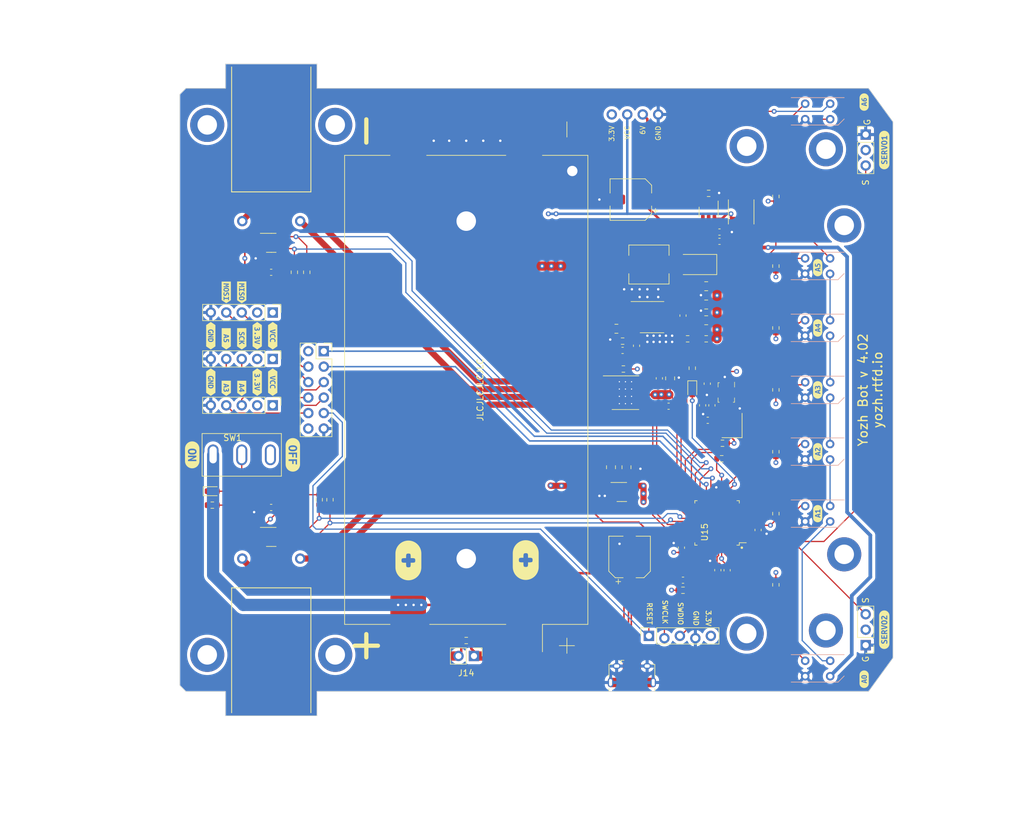
<source format=kicad_pcb>
(kicad_pcb (version 20221018) (generator pcbnew)
  (layers (0 "F.Cu" signal) (1 "In1.Cu" signal) (2 "In2.Cu" signal) (31 "B.Cu" signal) (34 "B.Paste" user) (35 "F.Paste" user) (36 "B.SilkS" user "B.Silkscreen") (37 "F.SilkS" user "F.Silkscreen") (38 "B.Mask" user) (39 "F.Mask" user) (44 "Edge.Cuts" user))
  (property "LICENSE" "MIT License")
  (net 0 "")
  (net 1 "/MOTOR1A")
  (net 2 "/MOTOR1B")
  (net 3 "/MOTOR2A")
  (net 4 "/MOTOR2B")
  (net 5 "+3V3")
  (net 6 "/A0")
  (net 7 "/SERVO1")
  (net 8 "/SERVO2")
  (net 9 "/D-")
  (net 10 "/D+")
  (net 11 "/Motor1A_out")
  (net 12 "/Motor1B_out")
  (net 13 "/Motor2B_out")
  (net 14 "/Motor2A_out")
  (net 15 "/VBAT")
  (net 16 "Net-(U11-VINT)")
  (net 17 "/SWCLK")
  (net 18 "/SWDIO")
  (net 19 "/SDA1")
  (net 20 "/SCL1")
  (net 21 "/SDA")
  (net 22 "/SCL")
  (net 23 "/nRESET")
  (net 24 "Net-(U11-VCP)")
  (net 25 "/ENC1_DIR")
  (net 26 "/ENC1_SPEED")
  (net 27 "/ENC2_DIR")
  (net 28 "/ENC2_SPEED")
  (net 29 "+6V")
  (net 30 "GNDREF")
  (net 31 "/ANALOG_CTRL")
  (net 32 "VCC")
  (net 33 "/A1")
  (net 34 "/A2")
  (net 35 "/Reflectance sensor array/VCC_LED")
  (net 36 "Net-(U15-VDDCORE)")
  (net 37 "/A3")
  (net 38 "/A5")
  (net 39 "Net-(U14-SS)")
  (net 40 "/A6")
  (net 41 "Net-(U14-COMP)")
  (net 42 "Net-(D1-K)")
  (net 43 "Net-(D2-K)")
  (net 44 "Net-(D3-A)")
  (net 46 "Net-(U10-SW)")
  (net 47 "Net-(U11-nSLEEP)")
  (net 49 "/Reflectance sensor array/FB")
  (net 50 "Net-(U14-FB)")
  (net 51 "/EXT_CLK")
  (net 54 "Net-(U2-K)")
  (net 56 "/HEARTBEAT")
  (net 57 "Net-(C25-Pad1)")
  (net 58 "Net-(U3-K)")
  (net 59 "Net-(U4-K)")
  (net 60 "Net-(U5-K)")
  (net 61 "Net-(U6-K)")
  (net 62 "Net-(U7-K)")
  (net 64 "/SCK")
  (net 65 "/MOSI")
  (net 66 "/TOP_A4")
  (net 67 "/TOP_A5")
  (net 68 "/TOP_A3")
  (net 85 "/A4")
  (net 86 "/MISO")
  (net 87 "Net-(J14-Pin_1)")
  (footprint "MountingHole:MountingHole_3.2mm_M3_DIN965_Pad" (layer "F.Cu") (at 24.5 143.5)
    (fp_text reference "REF**" hide)
    (fp_text value "MountingHole_3.2mm_M3_DIN965_Pad" hide)
  )
  (footprint "kibuzzard-653BD666" (layer "F.Cu") (at 135.57 139.37 90)
    (fp_text reference "kibuzzard-653BD666" hide)
    (fp_text value "G***" hide)
  )
  (footprint "Connector_PinHeader_2.54mm:PinHeader_1x02_P2.54mm_Vertical" (layer "F.Cu") (at 68.26 143.688 -90)
    (fp_text reference "J14")
    (fp_text value "Conn_01x02" hide)
  )
  (footprint "Connector_PinHeader_2.54mm:PinHeader_1x05_P2.54mm_Vertical" (layer "F.Cu") (at 35.24 87.3 -90)
    (fp_text reference "J2" hide)
    (fp_text value "Conn_01x05" hide)
  )
  (footprint "kibuzzard-653BDB0C" (layer "F.Cu") (at 27.62 91.618 -90)
    (fp_text reference "kibuzzard-653BDB0C" hide)
    (fp_text value "G***" hide)
  )
  (footprint "kibuzzard-653BD15F" (layer "F.Cu") (at 124.648 110.16 90)
    (fp_text reference "kibuzzard-653BD15F" hide)
    (fp_text value "G***" hide)
  )
  (footprint "Capacitor_SMD:CP_Elec_6.3x7.7" (layer "F.Cu") (at 94 68.758 180)
    (fp_text reference "C19" hide)
    (fp_text value "330uF" hide)
  )
  (footprint "shurik-personal:Crystal_SMD_3225-4Pin_3.2x2.5mm_small_pads" (layer "F.Cu") (at 110.596 105.84475 90)
    (fp_text reference "X1" hide)
    (fp_text value "SSW32768KF3CHC-IT" hide)
  )
  (footprint "Capacitor_SMD:C_0603_1608Metric" (layer "F.Cu") (at 98.669625 98.11 -90)
    (fp_text reference "C7" hide)
    (fp_text value "2.2uF" hide)
  )
  (footprint "kibuzzard-653BD166" (layer "F.Cu") (at 124.648 100 90)
    (fp_text reference "kibuzzard-653BD166" hide)
    (fp_text value "G***" hide)
  )
  (footprint "kibuzzard-653BDB46" (layer "F.Cu") (at 32.7 98.73 -90)
    (fp_text reference "kibuzzard-653BDB46" hide)
    (fp_text value "G***" hide)
  )
  (footprint "Capacitor_SMD:C_0603_1608Metric" (layer "F.Cu") (at 34.986 119.304)
    (fp_text reference "C18" hide)
    (fp_text value "100nF" hide)
  )
  (footprint "Package_TO_SOT_SMD:SOT-23-5" (layer "F.Cu") (at 35 124.14)
    (fp_text reference "U13" hide)
    (fp_text value "TMAG511x" hide)
  )
  (footprint "kibuzzard-653BDB31" (layer "F.Cu") (at 35.24 91.11 -90)
    (fp_text reference "kibuzzard-653BDB31" hide)
    (fp_text value "G***" hide)
  )
  (footprint "Capacitor_SMD:C_0805_2012Metric" (layer "F.Cu") (at 91.628 89.967 180)
    (fp_text reference "C1" hide)
    (fp_text value "22uF" hide)
  )
  (footprint "kibuzzard-653BDB3F" (layer "F.Cu") (at 25.08 98.73 -90)
    (fp_text reference "kibuzzard-653BDB3F" hide)
    (fp_text value "G***" hide)
  )
  (footprint "Capacitor_SMD:C_0603_1608Metric" (layer "F.Cu") (at 102.55 131.242 180)
    (fp_text reference "C27" hide)
    (fp_text value "100nF" hide)
  )
  (footprint "shurik-personal:connector-1p-generic-nosilk" (layer "F.Cu") (at 30.25 72.3)
    (fp_text reference "J6" hide)
    (fp_text value "Conn_01x01" hide)
  )
  (footprint "kibuzzard-653BD252" (layer "F.Cu") (at 27.62 83.998 -90)
    (fp_text reference "kibuzzard-653BD252" hide)
    (fp_text value "G***" hide)
  )
  (footprint "Capacitor_SMD:C_0603_1608Metric" (layer "F.Cu") (at 108.537 74.092)
    (fp_text reference "C8" hide)
    (fp_text value "1uF" hide)
  )
  (footprint "kibuzzard-653BD3E9" (layer "F.Cu") (at 57.5 128 90)
    (fp_text reference "kibuzzard-653BD3E9" hide)
    (fp_text value "G***" hide)
  )
  (footprint "shurik-personal:HTSSOP-16-1EP_4.4x5mm_P0.65mm_EP3.4x5mm_Mask2.46x2.31mm_ThermalVias_reduced" (layer "F.Cu") (at 93.111 100.467)
    (fp_text reference "U11" hide)
    (fp_text value "DRV8833PWP" hide)
  )
  (footprint "MountingHole:MountingHole_3.2mm_M3_DIN965_Pad" (layer "F.Cu") (at 129 127)
    (fp_text reference "REF**" hide)
    (fp_text value "MountingHole_3.2mm_M3_DIN965_Pad" hide)
  )
  (footprint "Capacitor_SMD:C_0603_1608Metric" (layer "F.Cu") (at 109.789 129.608 90)
    (fp_text reference "C10" hide)
    (fp_text value "100nF" hide)
  )
  (footprint "shurik-personal:BatteryHolder_MYOUNG_BH-18650-B1BA007_2x18650" (layer "F.Cu") (at 66.99 100 90)
    (fp_text reference "BT1" hide)
    (fp_text value "Battery_Cell" hide)
  )
  (footprint "kibuzzard-653BDB91" (layer "F.Cu") (at 30.16 99.746 -90)
    (fp_text reference "kibuzzard-653BDB91" hide)
    (fp_text value "G***" hide)
  )
  (footprint "Capacitor_SMD:C_0603_1608Metric" (layer "F.Cu") (at 102.296 125.908 -90)
    (fp_text reference "C6" hide)
    (fp_text value "100nF" hide)
  )
  (footprint "Resistor_SMD:R_0603_1608Metric" (layer "F.Cu") (at 106.759 67.742)
    (fp_text reference "R15" hide)
    (fp_text value "10" hide)
  )
  (footprint "kibuzzard-653BD3E9" (layer "F.Cu") (at 76.75 127.94 90)
    (fp_text reference "kibuzzard-653BD3E9" hide)
    (fp_text value "G***" hide)
  )
  (footprint "Resistor_SMD:R_0603_1608Metric" (layer "F.Cu") (at 92.644 91.999 180)
    (fp_text reference "R20" hide)
    (fp_text value "51k" hide)
  )
  (footprint "Capacitor_SMD:C_0805_2012Metric" (layer "F.Cu") (at 90.739 112.7 -90)
    (fp_text reference "C2" hide)
    (fp_text value "10uF" hide)
  )
  (footprint "Connector_PinHeader_2.54mm:PinHeader_1x03_P2.54mm_Vertical" (layer "F.Cu") (at 132.522 141.91 180)
    (fp_text reference "J11" hide)
    (fp_text value "Conn_01x03" hide)
  )
  (footprint "Capacitor_SMD:C_0805_2012Metric" (layer "F.Cu") (at 93.279 112.7 -90)
    (fp_text reference "C3" hide)
    (fp_text value "10uF" hide)
  )
  (footprint "Resistor_SMD:R_0603_1608Metric" (layer "F.Cu") (at 102.55 132.893)
    (fp_text reference "R21" hide)
    (fp_text value "1K" hide)
  )
  (footprint "Inductor_SMD:L_Taiyo-Yuden_NR-40xx" (layer "F.Cu") (at 112.093 70.79 90)
    (fp_text reference "L1" hide)
    (fp_text value "22uH" hide)
  )
  (footprint "Package_TO_SOT_SMD:SOT-23-5" (layer "F.Cu") (at 35 75.86)
    (fp_text reference "U9" hide)
    (fp_text value "TMAG511x" hide)
  )
  (footprint "Connector_USB:USB_Micro-B_Amphenol_10118194_Horizontal" (layer "F.Cu") (at 94.168 146.736)
    (fp_text reference "J3" hide)
    (fp_text value "USB_B_Micro" hide)
  )
  (footprint "shurik-personal:connector-1p-generic-nosilk" (layer "F.Cu") (at 39.75 72.3)
    (fp_text reference "J4" hide)
    (fp_text value "Conn_01x01" hide)
  )
  (footprint "Capacitor_SMD:C_0603_1608Metric" (layer "F.Cu") (at 100.193625 102.682)
    (fp_text reference "C14" hide)
    (fp_text value "10nF" hide)
  )
  (footprint "Resistor_SMD:R_0603_1608Metric" (layer "F.Cu") (at 117.79 89.84 90)
    (fp_text reference "R5" hide)
    (fp_text value "10K" hide)
  )
  (footprint "Capacitor_SMD:C_0603_1608Metric" (layer "F.Cu") (at 102.55 87.808 -90)
    (fp_text reference "C24" hide)
    (fp_text value "10nF" hide)
  )
  (footprint "shurik-personal:PinSocket_1x05_P2.54mm_Lock" (layer "F.Cu") (at 96.962 140.386 90)
    (fp_text reference "J1" hide)
    (fp_text value "Conn_01x05" hide)
  )
  (footprint "Capacitor_SMD:C_0603_1608Metric" (layer "F.Cu") (at 108.537 75.616)
    (fp_text reference "C16" hide)
    (fp_text value "1uF" hide)
  )
  (footprint "kibuzzard-653BD0CB" (layer "F.Cu") (at 124.648 79.934 90)
    (fp_text reference "kibuzzard-653BD0CB" hide)
    (fp_text value "G***" hide)
  )
  (footprint "Connector_PinSocket_2.54mm:PinSocket_2x06_P2.54mm_Vertical" (layer "F.Cu") (at 43.622 93.65)
    (fp_text reference "J13" hide)
    (fp_text value "Conn_02x06_Odd_Even" hide)
  )
  (footprint "Capacitor_SMD:C_0603_1608Metric" (layer "F.Cu") (at 105.77 102.54275 -90)
    (fp_text reference "C11" hide)
    (fp_text value "100nF" hide)
  )
  (footprint "Capacitor_SMD:C_0603_1608Metric" (layer "F.Cu") (at 94.93 92.761 -90)
    (fp_text reference "C26" hide)
    (fp_text value "47pF" hide)
  )
  (footprint "kibuzzard-653BD134" (layer "F.Cu") (at 132.268 52.756 90)
    (fp_text reference "kibuzzard-653BD134" hide)
    (fp_text value "G***" hide)
  )
  (footprint "Resistor_SMD:R_0603_1608Metric" (layer "F.Cu") (at 117.79 110.16 90)
    (fp_text reference "R3" hide)
    (fp_text value "10K" hide)
  )
  (footprint "shurik-personal:QFP-48_7x7_Pitch0.5mm_reduced" (layer "F.Cu") (at 108.138 121.844 180)
    (fp_text reference "U15")
    (fp_text value "ATSAMD21G18A-A")
  )
  (footprint "Resistor_SMD:R_0603_1608Metric" (layer "F.Cu") (at 103.312 91.618 180)
    (fp_text reference "R19" hide)
    (fp_text value "20k" hide)
  )
  (footprint "Capacitor_SMD:C_0805_2012Metric" (layer "F.Cu") (at 106.36 85.992 180)
    (fp_text reference "C21" hide)
    (fp_text value "22uF" hide)
  )
  (footprint "kibuzzard-653BD170" (layer "F.Cu") (at 124.648 89.84 90)
    (fp_text reference "kibuzzard-653BD170" hide)
    (fp_text value "G***" hide)
  )
  (footprint "MountingHole:MountingHole_3.2mm_M3_DIN965_Pad" (layer "F.Cu") (at 129 73)
    (fp_text reference "REF**" hide)
    (fp_text value "MountingHole_3.2mm_M3_DIN965_Pad" hide)
  )
  (footprint "Resistor_SMD:R_0603_1608Metric" (layer "F.Cu") (at 40.828 80.696 90)
    (fp_text reference "R12" hide)
    (fp_text value "10K" hide)
  )
  (footprint "Capacitor_SMD:C_0603_1608Metric" (layer "F.Cu") (at 34.986 80.696)
    (fp_text reference "C12" hide)
    (fp_text value "100nF" hide)
  )
  (footprint "kibuzzard-653BDAE1" (layer "F.Cu") (at 30.16 91.618 -90)
    (fp_text reference "kibuzzard-653BDAE1" hide)
    (fp_text value "G***" hide)
  )
  (footprint "MountingHole:MountingHole_3.2mm_M3_DIN965_Pad" (layer "F.Cu") (at 113 60)
    (fp_text reference "REF**" hide)
    (fp_text value "MountingHole_3.2mm_M3_DIN965_Pad" hide)
  )
  (footprint "kibuzzard-653BDB20" (layer "F.Cu") (at 25.08 91.11 -90)
    (fp_text reference "kibuzzard-653BDB20" hide)
    (fp_text value "G***" hide)
  )
  (footprint "MountingHole:MountingHole_3.2mm_M3_DIN965_Pad" (layer "F.Cu") (at 126 139.5)
    (fp_text reference "REF**" hide)
    (fp_text value "MountingHole_3.2mm_M3_DIN965_Pad" hide)
  )
  (footprint "Capacitor_SMD:C_0805_2012Metric" (layer "F.Cu") (at 100.447625 98.11 90)
    (fp_text reference "C5" hide)
    (fp_text value "10uF" hide)
  )
  (footprint "Capacitor_SMD:C_0805_2012Metric" (layer "F.Cu") (at 106.36 88.57 180)
    (fp_text reference "C22" hide)
    (fp_text value "22uF" hide)
  )
  (footprint "kibuzzard-653BDB7B" (layer "F.Cu") (at 27.62 99.746 -90)
    (fp_text reference "kibuzzard-653BDB7B" hide)
    (fp_text value "G***" hide)
  )
  (footprint "Resistor_SMD:R_0603_1608Metric" (layer "F.Cu") (at 117.79 120.32 90)
    (fp_text reference "R2" hide)
    (fp_text value "10K" hide)
  )
  (footprint "kibuzzard-653BD1D9" (layer "F.Cu") (at 22.032 110.668 -90)
    (fp_text reference "kibuzzard-653BD1D9" hide)
    (fp_text value "G***" hide)
  )
  (footprint "Resistor_SMD:R_0603_1608Metric" (layer "F.Cu") (at 25.334 118.923)
    (fp_text reference "R10" hide)
    (fp_text value "2.2K" hide)
  )
  (footprint "Capacitor_SMD:CP_Elec_6.3x7.7" (layer "F.Cu") (at 93.787 127.432 90)
    (fp_text reference "C4" hide)
    (fp_text value "330uF" hide)
  )
  (footprint "Package_TO_SOT_SMD:TSOT-23-6" (layer "F.Cu") (at 106.759 70.79 -90)
    (fp_text reference "U10" hide)
    (fp_text value "AP3019A" hide)
  )
  (footprint "Resistor_SMD:R_0603_1608Metric" (layer "F.Cu") (at 66.99 141.148 180)
    (fp_text reference "R22" hide)
    (fp_text value "1R" hide)
  )
  (footprint "MountingHole:MountingHole_3.2mm_M3_DIN965_Pad" (layer "F.Cu") (at 126 60.5)
    (fp_text reference "REF**" hide)
    (fp_text value "MountingHole_3.2mm_M3_DIN965_Pad" hide)
  )
  (footprint "shurik-personal:SOIC-8-1EP_3.9x4.9mm_P1.27mm_EP2.62x3.51mm" (layer "F.Cu") (at 97.47 88.062)
    (fp_text reference "U14" hide)
    (fp_text value "PAM2423" hide)
  )
  (footprint "MountingHole:MountingHole_3.2mm_M3_DIN965_Pad" (layer "F.Cu") (at 113 140)
    (fp_text reference "REF**" hide)
    (fp_text value "MountingHole_3.2mm_M3_DIN965_Pad" hide)
  )
  (footprint "shurik-personal:connector-1p-generic-nosilk" (layer "F.Cu") (at 39.75 127.7)
    (fp_text reference "J5" hide)
    (fp_text value "Conn_01x01" hide)
  )
  (footprint "LED_SMD:LED_0603_1608Metric" (layer "F.Cu") (at 25.334 116.637)
    (fp_text reference "D1" hide)
    (fp_text value "LED" hide)
  )
  (footprint "MountingHole:MountingHole_3.2mm_M3_DIN965_Pad" (layer "F.Cu") (at 45.5 56.5)
    (fp_text reference "REF**" hide)
    (fp_text value "MountingHole_3.2mm_M3_DIN965_Pad" hide)
  )
  (footprint "Capacitor_SMD:C_0603_1608Metric" (layer "F.Cu") (at 108.265 129.595 90)
    (fp_text reference "C17" hide)
    (fp_text value "1uF" hide)
  )
  (footprint "Resistor_SMD:R_0603_1608Metric" (layer "F.Cu") (at 92.771 96.571 180)
    (fp_text reference "R14" hide)
    (fp_text value "10K" hide)
  )
  (footprint "Resistor_SMD:R_0603_1608Metric" (layer "F.Cu") (at 117.79 68.25 90)
    (fp_text reference "R7" hide)
    (fp_text value "10K" hide)
  )
  (footprint "Resistor_SMD:R_0603_1608Metric" (layer "F.Cu") (at 117.79 79.68 90)
    (fp_text reference "R6" hide)
    (fp_text value "10K" hide)
  )
  (footprint "Capacitor_SMD:C_0805_2012Metric" (layer "F.Cu") (at 106.36 82.982 180)
    (fp_text reference "C20" hide)
    (fp_text value "22uF" hide)
  )
  (footprint "Resistor_SMD:R_0603_1608Metric" (layer "F.Cu") (at 106.36 91.618 180)
    (fp_text reference "R18" hide)
    (fp_text value "76.8k" hide)
  )
  (footprint "Resistor_SMD:R_0603_1608Metric" (layer "F.Cu") (at 108.9 111.303)
    (fp_text reference "R8" hide)
    (fp_text value "2.2K" hide)
  )
  (footprint "kibuzzard-653BD22E" (layer "F.Cu") (at 30.16 83.998 -90)
    (fp_text reference "kibuzzard-653BD22E" hide)
    (fp_text value "G***" hide)
  )
  (footprint "Connector_PinHeader_2.54mm:PinHeader_1x03_P2.54mm_Vertical" (layer "F.Cu") (at 132.522 58.09)
    (fp_text reference "J12" hide)
    (fp_text value "Conn_01x03" hide)
  )
  (footprint "Package_LGA:Bosch_LGA-14_3x2.5mm_P0.5mm" (layer "F.Cu") (at 109.658 100.42675 -90)
    (fp_text reference "U12" hide)
    (fp_text value "icm42688" hide)
  )
  (footprint "kibuzzard-653BD153" (layer "F.Cu") (at 132.268 147.498 90)
    (fp_text reference "kibuzzard-653BD153" hide)
    (fp_text value "G***" hide)
  )
  (footprint "Connector_PinHeader_2.54mm:PinHeader_1x05_P2.54mm_Vertical" (layer "F.Cu") (at 35.24 94.92 -90)
    (fp_text reference "J9" hide)
    (fp_text value "Conn_01x05" hide)
  )
  (footprint "kibuzzard-653BD5EB" (layer "F.Cu") (at 135.57 60.63 90)
    (fp_text reference "kibuzzard-653BD5EB" hide)
    (fp_text value "G***" hide)
  )
  (footprint "Capacitor_SMD:C_0603_1608Metric" (layer "F.Cu") (at 107.294 102.54275 -90)
    (fp_text reference "C9" hide)
    (fp_text value "2.2uF" hide)
  )
  (footprint "shurik-personal:L_Panasonic-ETQP3M" (layer "F.Cu") (at 96.962 79.426)
    (fp_text reference "L2" hide)
    (fp_text value "4.7uH" hide)
  )
  (footprint "LED_SMD:LED_0603_1608Metric" (layer "F.Cu") (at 104.074 100 -90)
    (fp_text reference "D2" hide)
    (fp_text value "LED" hide)
  )
  (footprint "Capacitor_SMD:C_0603_1608Metric" (layer "F.Cu") (at 92.644 93.523)
    (fp_text reference "C25" hide)
    (fp_text value "2.2nF" hide)
  )
  (footprint "kibuzzard-653BD1F8" (layer "F.Cu") (at 38.542 110.668 -90)
    (fp_text reference "kibuzzard-653BD1F8" hide)
    (fp_text value "G***" hide)
  )
  (footprint "Capacitor_SMD:C_0603_1608Metric" (layer "F.Cu") (at 106.532 98.98675 -90)
    (fp_text reference "C15" hide)
    (fp_text value "10nF" hide)
  )
  (footprint "shurik-personal:connector-4p-generic-nosilk" (layer "F.Cu") (at 90.866 54.788 90)
    (fp_text reference "J8" hide)
    (fp_text value "Conn_01x04" hide)
  )
  (footprint "MountingHole:MountingHole_3.2mm_M3_DIN965_Pad" (layer "F.Cu") (at 24.5 56.5)
    (fp_text reference "REF**" hide)
    (fp_text value "MountingHole_3.2mm_M3_DIN965_Pad" hide)
  )
  (footprint "Connector_PinHeader_2.54mm:PinHeader_1x05_P2.54mm_Vertical" (layer "F.Cu") (at 35.24 102.54 -90)
    (fp_text reference "J10" hide)
    (fp_text value "Conn_01x05" hide)
  )
  (footprint "Diode_SMD:D_SMA" (layer "F.Cu") (at 104.582 79.426 180)
    (fp_text reference "D3" hide)
    (fp_text value "SS54" hide)
  )
  (footprint "Capacitor_SMD:C_0603_1608Metric" (layer "F.Cu") (at 106.6135 104.99475 180)
    (fp_text reference "C23" hide)
    (fp_text value "10nF" hide)
  )
  (footprint "kibuzzard-653BDB2A" (layer "F.Cu") (at 32.7 91.11 -90)
    (fp_text reference "kibuzzard-653BDB2A" hide)
    (fp_text value "G***" hide)
  )
  (footprint "shurik-personal:SW_XKB_SS12D10L3" (layer "F.Cu") (at 30.16 110.668)
    (fp_text reference "SW1")
    (fp_text value "SW_SPDT_XKB_SSD1210L3")
  )
  (footprint "Resistor_SMD:R_0603_1608Metric" (layer "F.Cu") (at 44.638 118.034 -90)
    (fp_text reference "R17" hide)
    (fp_text value "10K" hide)
  )
  (footprint "Resistor_SMD:R_0603_1608Metric" (layer "F.Cu") (at 42.86 118.034 -90)
    (fp_text reference "R16" hide)
    (fp_text value "10K" hide)
  )
  (footprint "Resistor_SMD:R_0603_1608Metric" (layer "F.Cu") (at 117.79 132.004 -90)
    (fp_text reference "R1" hide)
    (fp_text value "10K" hide)
  )
  (footprint "kibuzzard-653BD101" (layer "F.Cu") (at 124.648 120.32 90)
    (fp_text reference "kibuzzard-653BD101" hide)
    (fp_text value "G***" hide)
  )
  (footprint "MountingHole:MountingHole_3.2mm_M3_DIN965_Pad" (layer "F.Cu") (at 45.5 143.5)
    (fp_text reference "REF**" hide)
    (fp_text value "MountingHole_3.2mm_M3_DIN965_Pad" hide)
  )
  (footprint "Resistor_SMD:R_0603_1608Metric" (layer "F.Cu") (at 38.796 80.696 90)
    (fp_text reference "R13" hide)
    (fp_text value "10K" hide)
  )
  (footprint "kibuzzard-653BDB4D" (layer "F.Cu") (at 35.24 98.73 -90)
    (fp_text reference "kibuzzard-653BDB4D" hide)
    (fp_text value "G***" hide)
  )
  (footprint "shurik-personal:connector-1p-generic-nosilk" (layer "F.Cu") (at 30.25 127.7)
    (fp_text reference "J7" hide)
    (fp_text value "Conn_01x01" hide)
  )
  (footprint "Resistor_SMD:R_0603_1608Metric" (layer "F.Cu") (at 117.79 100 90)
    (fp_text reference "R4" hide)
    (fp_text value "10K" hide)
  )
  (footprint "Resistor_SMD:R_0603_1608Metric" (layer "F.Cu") (at 104.074 96.444 90)
    (fp_text reference "R11" hide)
    (fp_text value "2.2K" hide)
  )
  (footprint "Package_TO_SOT_SMD:SOT-23-5" (layer "F.Cu") (at 92.517 116.764)
    (fp_text reference "U1" hide)
    (fp_text value "AP2112K-3.3" hide)
  )
  (footprint "Resistor_SMD:R_0603_1608Metric" (layer "F.Cu") (at 109.027 108.763 180)
    (fp_text reference "R9" hide)
    (fp_text value "2.2K" hide)
  )
  (footprint "Capacitor_SMD:C_0603_1608Metric" (layer "F.Cu") (at 114.869 123.004 -90)
    (fp_text reference "C13" hide)
    (fp_text value "100nF" hide)
  )
  (footprint "shurik-personal:Everlight_ITR9909" (layer "B.Cu") (at 126.698 119.07)
    (fp_text reference "U3" hide)
    (fp_text value "ITR9909" hide)
  )
  (footprint "shurik-personal:Everlight_ITR9909" (layer "B.Cu") (at 126.698 98.75)
    (fp_text reference "U5" hide)
    (fp_text value "ITR9909" hide)
  )
  (footprint "shurik-personal:Everlight_ITR9909" (layer "B.Cu") (at 126.698 144.47)
    (fp_text reference "U2" hide)
    (fp_text value "ITR9909" hide)
  )
  (footprint "shurik-personal:Everlight_ITR9909" (layer "B.Cu") (at 126.68 108.89)
    (fp_text reference "U4" hide)
    (fp_text value "ITR9909" hide)
  )
  (footprint "shurik-personal:Everlight_ITR9909" (layer "B.Cu") (at 126.68 78.41)
    (fp_text reference "U7" hide)
    (fp_text value "ITR9909" hide)
  )
  (footprint "shurik-personal:Everlight_ITR9909" (layer "B.Cu") (at 126.68 88.57)
    (fp_text reference "U6" hide)
    (fp_text value "ITR9909" hide)
  )
  (footprint "shurik-personal:Everlight_ITR9909" (layer "B.Cu") (at 126.698 53.03)
    (fp_text reference "U8" hide)
    (fp_text value "ITR9909" hide)
  )
  (gr_line (start 28.5 47) (end 28.5 67.5) (stroke (width 0.15)) (layer "F.SilkS"))
  (gr_circle (center 112.202 125.908) (end 112.329 125.908) (stroke (width 0.15)) (fill solid) (layer "F.SilkS"))
  (gr_line (start 28.5 67.5) (end 41.5 67.5) (stroke (width 0.15)) (layer "F.SilkS"))
  (gr_line (start 28.5 153) (end 28.5 132.5) (stroke (width 0.15)) (layer "F.SilkS"))
  (gr_line (start 41.5 67.5) (end 41.5 47) (stroke (width 0.15)) (layer "F.SilkS"))
  (gr_line (start 28.5 132.5) (end 41.5 132.5) (stroke (width 0.15)) (layer "F.SilkS"))
  (gr_line (start 41.5 132.5) (end 41.5 153) (stroke (width 0.15)) (layer "F.SilkS"))
  (gr_line (start 133 149.5) (end 137 144) (stroke (width 0.1)) (layer "Edge.Cuts"))
  (gr_line (start 137 56) (end 133 50.5) (stroke (width 0.1)) (layer "Edge.Cuts"))
  (gr_line (start 20 51.5) (end 20 148.5) (stroke (width 0.1)) (layer "Edge.Cuts"))
  (gr_line (start 42.5 153.5) (end 42.5 149.5) (stroke (width 0.1)) (layer "Edge.Cuts"))
  (gr_line (start 21 50.5) (end 20 51.5) (stroke (width 0.1)) (layer "Edge.Cuts"))
  (gr_line (start 27.5 46.5) (end 27.5 50.5) (stroke (width 0.1)) (layer "Edge.Cuts"))
  (gr_line (start 133 50.5) (end 42.5 50.5) (stroke (width 0.1)) (layer "Edge.Cuts"))
  (gr_line (start 27.5 50.5) (end 21 50.5) (stroke (width 0.1)) (layer "Edge.Cuts"))
  (gr_line (start 42.5 50.5) (end 42.5 46.5) (stroke (width 0.1)) (layer "Edge.Cuts"))
  (gr_line (start 21 149.5) (end 20 148.5) (stroke (width 0.1)) (layer "Edge.Cuts"))
  (gr_line (start 137 144) (end 137 56) (stroke (width 0.1)) (layer "Edge.Cuts"))
  (gr_line (start 27.5 153.5) (end 42.5 153.5) (stroke (width 0.1)) (layer "Edge.Cuts"))
  (gr_line (start 21 149.5) (end 27.5 149.5) (stroke (width 0.1)) (layer "Edge.Cuts"))
  (gr_line (start 42.5 46.5) (end 27.5 46.5) (stroke (width 0.1)) (layer "Edge.Cuts"))
  (gr_line (start 27.5 149.5) (end 27.5 153.5) (stroke (width 0.1)) (layer "Edge.Cuts"))
  (gr_line (start 42.5 149.5) (end 133 149.5) (stroke (width 0.1)) (layer "Edge.Cuts"))
  (gr_text "GND" (at 104.679 137.49 270) (layer "F.SilkS") (effects (font (size 0.8 0.8))))
  (gr_text "S" (at 132.522 65.964 90) (layer "F.SilkS") (effects (font (size 1 1))))
  (gr_text "JLCJLCJLCJLC" (at 69.276 100 90) (layer "F.SilkS") (effects (font (size 1 1))))
  (gr_text "VCC" (at 93.406 56.566 90) (layer "F.SilkS") (effects (font (size 0.8 0.8) (thickness 0.12)) (justify right)))
  (gr_text "RESET" (at 97.059 136.728 270) (layer "F.SilkS") (effects (font (size 0.8 0.8))))
  (gr_text "3.3V" (at 90.866 56.566 90) (layer "F.SilkS") (effects (font (size 0.8 0.8) (thickness 0.12)) (justify right)))
  (gr_text "6V" (at 95.946 56.566 90) (layer "F.SilkS") (effects (font (size 0.8 0.8) (thickness 0.12)) (justify right)))
  (gr_text "+" (at 50.226 142 90) (layer "F.SilkS") (effects (font (size 5 5) (thickness 0.7))))
  (gr_text "SWCLK" (at 99.599 136.474 270) (layer "F.SilkS") (effects (font (size 0.8 0.8))))
  (gr_text "G" (at 132.776 56.058 90) (layer "F.SilkS") (effects (font (size 1 1))))
  (gr_text "SWDIO" (at 102.139 136.728 270) (layer "F.SilkS") (effects (font (size 0.8 0.8))))
  (gr_text "S" (at 132.522 134.544 90) (layer "F.SilkS") (effects (font (size 1 1))))
  (gr_text "G" (at 132.522 144.196 90) (layer "F.SilkS") (effects (font (size 1 1))))
  (gr_text "-" (at 50.226 57.5 90) (layer "F.SilkS") (effects (font (size 5 5) (thickness 0.7))))
  (gr_text "GND" (at 98.486 56.566 90) (layer "F.SilkS") (effects (font (size 0.8 0.8) (thickness 0.12)) (justify right)))
  (gr_text "3.3V" (at 106.711 137.49 270) (layer "F.SilkS") (effects (font (size 0.8 0.8))))
  (gr_text "Yozh Bot v 4.02\nyozh.rtfd.io" (at 133.284 100 90) (layer "F.SilkS") (effects (font (size 1.5 1.5) (thickness 0.22))))
  (segment (start 102.611532 119.561322) (end 102.611532 119.562) (width 0.2032) (layer "F.Cu") (net 1))
  (segment (start 96.693 95.57) (end 102.150125 95.57) (width 0.2032) (layer "F.Cu") (net 1))
  (segment (start 102.235207 105.447668) (end 102.235207 119.184997) (width 0.2032) (layer "F.Cu") (net 1))
  (segment (start 95.9735 98.192) (end 95.9735 96.2895) (width 0.2032) (layer "F.Cu") (net 1))
  (segment (start 102.611532 119.562) (end 103.143532 120.094) (width 0.2032) (layer "F.Cu") (net 1))
  (segment (start 95.9735 96.2895) (end 96.693 95.57) (width 0.2032) (layer "F.Cu") (net 1))
  (segment (start 102.235207 119.184997) (end 102.611532 119.561322) (width 0.2032) (layer "F.Cu") (net 1))
  (segment (start 103.143532 120.094) (end 103.938 120.094) (width 0.2032) (layer "F.Cu") (net 1))
  (segment (start 103.166125 104.51675) (end 102.235207 105.447668) (width 0.2032) (layer "F.Cu") (net 1))
  (segment (start 103.166125 96.586) (end 103.166125 104.51675) (width 0.2032) (layer "F.Cu") (net 1))
  (segment (start 102.150125 95.57) (end 103.166125 96.586) (width 0.2032) (layer "F.Cu") (net 1))
  (segment (start 102.578875 104.342) (end 101.562875 105.358) (width 0.2032) (layer "F.Cu") (net 2))
  (segment (start 95.9735 98.842) (end 96.977 98.842) (width 0.2032) (layer "F.Cu") (net 2))
  (segment (start 97.343 98.476) (end 97.343 96.952) (width 0.2032) (layer "F.Cu") (net 2))
  (segment (start 96.977 98.842) (end 97.343 98.476) (width 0.2032) (layer "F.Cu") (net 2))
  (segment (start 101.562875 119.082875) (end 103.074 120.594) (width 0.2032) (layer "F.Cu") (net 2))
  (segment (start 102.578875 96.76075) (end 102.578875 104.342) (width 0.2032) (layer "F.Cu") (net 2))
  (segment (start 97.343 96.952) (end 98.217 96.078) (width 0.2032) (layer "F.Cu") (net 2))
  (segment (start 101.562875 105.358) (end 101.562875 119.082875) (width 0.2032) (layer "F.Cu") (net 2))
  (segment (start 103.074 120.594) (end 103.938 120.594) (width 0.2032) (layer "F.Cu") (net 2))
  (segment (start 101.896125 96.078) (end 102.578875 96.76075) (width 0.2032) (layer "F.Cu") (net 2))
  (segment (start 98.217 96.078) (end 101.896125 96.078) (width 0.2032) (layer "F.Cu") (net 2))
  (segment (start 95.9735 103.357375) (end 97.597 104.980875) (width 0.2032) (layer "F.Cu") (net 3))
  (segment (start 97.597 120.574) (end 99.617 122.594) (width 0.2032) (layer "F.Cu") (net 3))
  (segment (start 95.9735 102.742) (end 95.9735 103.357375) (width 0.2032) (layer "F.Cu") (net 3))
  (segment (start 99.617 122.594) (end 103.938 122.594) (width 0.2032) (layer "F.Cu") (net 3))
  (segment (start 97.597 104.980875) (end 97.597 120.574) (width 0.2032) (layer "F.Cu") (net 3))
  (segment (start 98.232 120.32) (end 100.006 122.094) (width 0.2032) (layer "F.Cu") (net 4))
  (segment (start 96.768 102.092) (end 98.232 103.556) (width 0.2032) (layer "F.Cu") (net 4))
  (segment (start 98.232 103.556) (end 98.232 120.32) (width 0.2032) (layer "F.Cu") (net 4))
  (segment (start 100.006 122.094) (end 103.938 122.094) (width 0.2032) (layer "F.Cu") (net 4))
  (segment (start 96.493415 102.092) (end 96.768 102.092) (width 0.2032) (layer "F.Cu") (net 4))
  (segment (start 116.897 122.229) (end 117.981 121.145) (width 0.2032) (layer "F.Cu") (net 5))
  (segment (start 108.888 127.932) (end 109.789 128.833) (width 0.2032) (layer "F.Cu") (net 5))
  (segment (start 30.668 78.41) (end 30.668 76.124) (width 0.254) (layer "F.Cu") (net 5))
  (segment (start 116.897 122.229) (end 114.869 122.229) (width 0.2032) (layer "F.Cu") (net 5))
  (segment (start 117.79 131.179) (end 117.79 129.972) (width 0.2032) (layer "F.Cu") (net 5))
  (segment (start 109.852 108.763) (end 110.932 108.763) (width 0.2032) (layer "F.Cu") (net 5))
  (segment (start 108.6455 99.92675) (end 109.25 99.92675) (width 0.2032) (layer "F.Cu") (net 5))
  (segment (start 107.294 101.76775) (end 105.77 101.76775) (width 0.2032) (layer "F.Cu") (net 5))
  (segment (start 102.296 126.683) (end 101.039 126.683) (width 0.2032) (layer "F.Cu") (net 5))
  (segment (start 108.888 127.698) (end 108.888 127.932) (width 0.2032) (layer "F.Cu") (net 5))
  (segment (start 110.614 107.00775) (end 110.614 107.811) (width 0.254) (layer "F.Cu") (net 5))
  (segment (start 116.52 69.012) (end 117.727 69.012) (width 0.2032) (layer "F.Cu") (net 5))
  (segment (start 103.938 125.79) (end 103.938 124.594) (width 0.2032) (layer "F.Cu") (net 5))
  (segment (start 107.98 99.92675) (end 107.802 99.74875) (width 0.2032) (layer "F.Cu") (net 5))
  (segment (start 95.057 96.571) (end 93.596 96.571) (width 0.2032) (layer "F.Cu") (net 5))
  (segment (start 103.045 126.683) (end 103.938 125.79) (width 0.2032) (layer "F.Cu") (net 5))
  (segment (start 30.668 79.934) (end 30.668 78.41) (width 0.254) (layer "F.Cu") (net 5))
  (segment (start 42.86 117.209) (end 36.827 117.209) (width 0.2032) (layer "F.Cu") (net 5))
  (segment (start 38.796 81.521) (end 35.685 81.521) (width 0.2032) (layer "F.Cu") (net 5))
  (segment (start 107.3885 104.99475) (end 108.908 104.99475) (width 0.254) (layer "F.Cu") (net 5))
  (segment (start 93.279 115.748) (end 96.073 115.748) (width 1.016) (layer "F.Cu") (net 5))
  (segment (start 35.761 81.445) (end 35.621 81.585) (width 0.254) (layer "F.Cu") (net 5))
  (segment (start 30.668 76.124) (end 31.882 74.91) (width 0.254) (layer "F.Cu") (net 5))
  (segment (start 110.551 106.94475) (end 109.746 106.94475) (width 0.254) (layer "F.Cu") (net 5))
  (segment (start 110.932 108.763) (end 110.932 108.255) (width 0.254) (layer "F.Cu") (net 5))
  (segment (start 35.761 120.307) (end 35.761 119.304) (width 0.2032) (layer "F.Cu") (net 5))
  (segment (start 117.79 81.458) (end 117.79 80.505) (width 0.2032) (layer "F.Cu") (net 5))
  (segment (start 107.802 98.81725) (end 107.1965 98.21175) (width 0.2032) (layer "F.Cu") (net 5))
  (segment (start 108.6455 99.92675) (end 107.98 99.92675) (width 0.2032) (layer "F.Cu") (net 5))
  (segment (start 34.986 82.22) (end 32.954 82.22) (width 0.254) (layer "F.Cu") (net 5))
  (segment (start 117.727 69.012) (end 117.79 69.075) (width 0.2032) (layer "F.Cu") (net 5))
  (segment (start 117.79 90.665) (end 117.79 91.618) (width 0.2032) (layer "F.Cu") (net 5))
  (segment (start 108.908 104.99475) (end 108.908 101.68925) (width 0.254) (layer "F.Cu") (net 5))
  (segment (start 93.279 113.65) (end 93.279 115.4385) (width 0.4064) (layer "F.Cu") (net 5))
  (segment (start 108.075 113.175) (end 108.9 114) (width 0.2032) (layer "F.Cu") (net 5))
  (segment (start 108.888 114.012) (end 108.888 117.644) (width 0.2032) (layer "F.Cu") (net 5))
  (segment (start 107.802 99.74875) (end 107.802 98.81725) (width 0.2032) (layer "F.Cu") (net 5))
  (segment (start 35.621 81.585) (end 34.986 82.22) (width 0.254) (layer "F.Cu") (net 5))
  (segment (start 110.932 108.255) (end 110.614 107.937) (width 0.254) (layer "F.Cu") (net 5))
  (segment (start 108.888 126.044) (end 108.888 127.698) (width 0.2032) (layer "F.Cu") (net 5))
  (segment (start 108.908 101.68925) (end 107.3725 101.68925) (width 0.2032) (layer "F.Cu") (net 5))
  (segment (start 102.296 126.683) (end 103.045 126.683) (width 0.2032) (layer "F.Cu") (net 5))
  (segment (start 101.725 132.893) (end 100.6958 132.893) (width 0.2032) (layer "F.Cu") (net 5))
  (segment (start 108.9 114) (end 108.888 114.012) (width 0.2032) (layer "F.Cu") (net 5))
  (segment (start 109.746 106.94475) (end 108.908 106.10675) (width 0.254) (layer "F.Cu") (net 5))
  (segment (start 36.827 117.209) (end 35.761 118.275) (width 0.2032) (layer "F.Cu") (net 5))
  (segment (start 35.685 81.521) (end 35.621 81.585) (width 0.2032) (layer "F.Cu") (net 5))
  (segment (start 100.6958 132.893) (end 100.6704 132.8676) (width 0.2032) (layer "F.Cu") (net 5))
  (segment (start 110.25 100.92675) (end 110.6705 100.92675) (width 0.2032) (layer "F.Cu") (net 5))
  (segment (start 44.638 117.209) (end 42.86 117.209) (width 0.2032) (layer "F.Cu") (net 5))
  (segment (start 117.79 110.985) (end 117.79 111.938) (width 0.2032) (layer "F.Cu") (net 5))
  (segment (start 33.8625 123.19) (end 33.8625 122.2055) (width 0.2032) (layer "F.Cu") (net 5))
  (segment (start 106.522 97.484) (end 107.03 96.976) (width 0.2032) (layer "F.Cu") (net 5))
  (segment (start 108.075 111.303) (end 108.075 113.175) (width 0.2032) (layer "F.Cu") (net 5))
  (segment (start 112.338 122.094) (end 114.734 122.094) (width 0.2032) (layer "F.Cu") (net 5))
  (segment (start 117.79 100.825) (end 117.79 102.286) (width 0.2032) (layer "F.Cu") (net 5))
  (segment (start 108.908 106.10675) (end 108.908 104.99475) (width 0.254) (layer "F.Cu") (net 5))
  (segment (start 105.79425 98.21175) (end 106.532 98.21175) (width 0.2032) (layer "F.Cu") (net 5))
  (segment (start 40.828 81.521) (end 38.796 81.521) (width 0.2032) (layer "F.Cu") (net 5))
  (segment (start 32.954 82.22) (end 30.668 79.934) (width 0.254) (layer "F.Cu") (net 5))
  (segment (start 111.446 106.94475) (end 110.551 106.94475) (width 0.254) (layer "F.Cu") (net 5))
  (segment (start 35.761 80.696) (end 35.761 81.445) (width 0.254) (layer "F.Cu") (net 5))
  (segment (start 35.761 118.275) (end 35.761 119.304) (width 0.2032) (layer "F.Cu") (net 5))
  (segment (start 110.551 106.94475) (end 110.614 107.00775) (width 0.254) (layer "F.Cu") (net 5))
  (segment (start 106.532 97.494) (end 106.522 97.484) (width 0.2032) (layer "F.Cu") (net 5))
  (segment (start 31.882 74.91) (end 33.8625 74.91) (width 0.254) (layer "F.Cu") (net 5))
  (segment (start 109.25 99.92675) (end 110.25 100.92675) (width 0.2032) (layer "F.Cu") (net 5))
  (segment (start 34.859 121.209) (end 35.761 120.307) (width 0.2032) (layer "F.Cu") (net 5))
  (segment (start 105.77 101.76775) (end 105.252 101.24975) (width 0.2032) (layer "F.Cu") (net 5))
  (segment (start 105.252 98.754) (end 105.79425 98.21175) (width 0.2032) (layer "F.Cu") (net 5))
  (segment (start 33.8625 122.2055) (end 34.859 121.209) (width 0.2032) (layer "F.Cu") (net 5))
  (segment (start 93.279 115.4385) (end 93.6545 115.814) (width 0.4064) (layer "F.Cu") (net 5))
  (segment (start 101.039 126.683) (end 101.026 126.67) (width 0.2032) (layer "F.Cu") (net 5))
  (segment (start 105.252 101.24975) (end 105.252 98.754) (width 0.2032) (layer "F.Cu") (net 5))
  (segment (start 96.073 118.415) (end 96.073 115.748) (width 1.016) (layer "F.Cu") (net 5))
  (segment (start 106.532 98.21175) (end 106.532 97.494) (width 0.2032) (layer "F.Cu") (net 5))
  (segment (start 107.03 96.976) (end 111.348 96.976) (width 0.2032) (layer "F.Cu") (net 5))
  (segment (start 107.1965 98.21175) (end 106.532 98.21175) (width 0.2032) (layer "F.Cu") (net 5))
  (via (at 110.932 108.763) (size 0.8) (drill 0.4) (layers "F.Cu" "B.Cu") (net 5))
  (via (at 108.888 127.698) (size 0.8) (drill 0.4) (layers "F.Cu" "B.Cu") (net 5))
  (via (at 117.79 91.618) (size 0.8) (drill 0.4) (layers "F.Cu" "B.Cu") (net 5))
  (via (at 117.79 81.458) (size 0.8) (drill 0.4) (layers "F.Cu" "B.Cu") (net 5))
  (via (at 117.79 111.938) (size 0.8) (drill 0.4) (layers "F.Cu" "B.Cu") (net 5))
  (via (at 111.348 96.976) (size 0.8) (drill 0.4) (layers "F.Cu" "B.Cu") (net 5))
  (via (at 117.79 129.972) (size 0.8) (drill 0.4) (layers "F.Cu" "B.Cu") (net 5))
  (via (at 96.073 115.748) (size 0.8) (drill 0.4) (layers "F.Cu" "B.Cu") (net 5))
  (via (at 96.073 118.415) (size 0.8) (drill 0.4) (layers "F.Cu" "B.Cu") (net 5))
  (via (at 116.897 122.229) (size 0.8) (drill 0.4) (layers "F.Cu" "B.Cu") (net 5))
  (via (at 96.073 117.018) (size 0.8) (drill 0.4) (layers "F.Cu" "B.Cu") (net 5))
  (via (at 100.6704 132.8676) (size 0.8) (drill 0.4) (layers "F.Cu" "B.Cu") (net 5))
  (via (at 116.52 69.012) (size 0.8) (drill 0.4) (layers "F.Cu" "B.Cu") (net 5))
  (via (at 34.859 121.209) (size 0.8) (drill 0.4) (layers "F.Cu" "B.Cu") (net 5))
  (via (at 30.668 78.41) (size 0.8) (drill 0.4) (layers "F.Cu" "B.Cu") (net 5))
  (via (at 101.026 126.67) (size 0.8) (drill 0.4) (layers "F.Cu" "B.Cu") (net 5))
  (via (at 95.057 96.571) (size 0.8) (drill 0.4) (layers "F.Cu" "B.Cu") (net 5))
  (via (at 108.9 114) (size 0.8) (drill 0.4) (layers "F.Cu" "B.Cu") (net 5))
  (via (at 117.79 102.286) (size 0.8) (drill 0.4) (layers "F.Cu" "B.Cu") (net 5))
  (segment (start 117.727 132.829) (end 117.162223 133.393777) (width 0.2032) (layer "F.Cu") (net 6))
  (segment (start 110.388 126.619553) (end 117.162223 133.393777) (width 0.2032) (layer "F.Cu") (net 6))
  (segment (start 117.162223 133.393777) (end 117.79 134.021553) (width 0.2032) (layer "F.Cu") (net 6))
  (segment (start 117.79 132.829) (end 117.727 132.829) (width 0.2032) (layer "F.Cu") (net 6))
  (segment (start 110.388 126.044) (end 110.388 126.619553) (width 0.2032) (layer "F.Cu") (net 6))
  (segment (start 117.79 139.66) (end 122.58 144.45) (width 0.2032) (layer "F.Cu") (net 6))
  (segment (start 117.79 134.021553) (end 117.79 139.66) (width 0.2032) (layer "F.Cu") (net 6))
  (segment (start 113.98 124.892) (end 113.182 124.094) (width 0.2032) (layer "F.Cu") (net 7))
  (segment (start 113.182 124.094) (end 112.338 124.094) (width 0.2032) (layer "F.Cu") (net 7))
  (segment (start 132.522 118.034) (end 125.664 124.892) (width 0.2032) (layer "F.Cu") (net 7))
  (segment (start 125.664 124.892) (end 113.98 124.892) (width 0.2032) (layer "F.Cu") (net 7))
  (segment (start 132.522 63.17) (end 132.522 118.034) (width 0.2032) (layer "F.Cu") (net 7))
  (segment (start 113.218 125.908) (end 121.6 125.908) (width 0.2032) (layer "F.Cu") (net 8))
  (segment (start 121.6 125.908) (end 132.522 136.83) (width 0.2032) (layer "F.Cu") (net 8))
  (segment (start 112.338 124.594) (end 112.338 125.028) (width 0.2032) (layer "F.Cu") (net 8))
  (segment (start 112.338 125.028) (end 113.218 125.908) (width 0.2032) (layer "F.Cu") (net 8))
  (segment (start 100.82831 123.1154) (end 103.016599 123.1154) (width 0.254) (layer "F.Cu") (net 9))
  (segment (start 98.5114 125.43231) (end 100.82831 123.1154) (width 0.254) (layer "F.Cu") (net 9))
  (segment (start 98.5114 130.079946) (end 98.5114 125.43231) (width 0.254) (layer "F.Cu") (net 9))
  (segment (start 93.6144 134.976946) (end 98.5114 130.079946) (width 0.254) (layer "F.Cu") (net 9))
  (segment (start 93.518 144.323499) (end 93.6144 144.227099) (width 0.254) (layer "F.Cu") (net 9))
  (segment (start 93.6144 144.227099) (end 93.6144 134.976946) (width 0.254) (layer "F.Cu") (net 9))
  (segment (start 103.037999 123.094) (end 103.938 123.094) (width 0.254) (layer "F.Cu") (net 9))
  (segment (start 93.518 145.336) (end 93.518 144.323499) (width 0.254) (layer "F.Cu") (net 9))
  (segment (start 103.016599 123.1154) (end 103.037999 123.094) (width 0.254) (layer "F.Cu") (net 9))
  (segment (start 101.01769 123.5726) (end 103.016599 123.5726) (width 0.254) (layer "F.Cu") (net 10))
  (segment (start 98.9686 130.269326) (end 98.9686 125.62169) (width 0.254) (layer "F.Cu") (net 10))
  (segment (start 94.168 145.336) (end 94.168 144.323499) (width 0.254) (layer "F.Cu") (net 10))
  (segment (start 103.037999 123.594) (end 103.938 123.594) (width 0.254) (layer "F.Cu") (net 10))
  (segment (start 94.168 144.323499) (end 94.0716 144.227099) (width 0.254) (layer "F.Cu") (net 10))
  (segment (start 103.016599 123.5726) (end 103.037999 123.594) (width 0.254) (layer "F.Cu") (net 10))
  (segment (start 98.9686 125.62169) (end 101.01769 123.5726) (width 0.254) (layer "F.Cu") (net 10))
  (segment (start 94.0716 135.166326) (end 98.9686 130.269326) (width 0.254) (layer "F.Cu") (net 10))
  (segment (start 94.0716 144.227099) (end 94.0716 135.166326) (width 0.254) (layer "F.Cu") (net 10))
  (segment (start 90.2485 98.842) (end 89.21375 98.842) (width 0.4064) (layer "F.Cu") (net 11))
  (segment (start 39.812 69.52) (end 32.954 69.52) (width 1.016) (layer "F.Cu") (net 11))
  (segment (start 88.98975 98.618) (end 88.35475 98.618) (width 0.4064) (layer "F.Cu") (net 11))
  (segment (start 68.7045 98.4125) (end 39.812 69.52) (width 1.016) (layer "F.Cu") (net 11))
  (segment (start 89.21375 98.842) (end 88.98975 98.618) (width 0.4064) (layer "F.Cu") (net 11))
  (segment (start 68.91 98.618) (end 68.7045 98.4125) (width 1.016) (layer "F.Cu") (net 11))
  (segment (start 88.35475 98.618) (end 68.91 98.618) (width 1.016) (layer "F.Cu") (net 11))
  (segment (start 32.954 69.52) (end 30.25 72.224) (width 1.016) (layer "F.Cu") (net 11))
  (segment (start 89.393539 100.142) (end 89.139539 99.888) (width 0.4064) (layer "F.Cu") (net 12))
  (segment (start 67.386 99.888) (end 67.0535 99.5555) (width 1.016) (layer "F.Cu") (net 12))
  (segment (start 89.139539 99.888) (end 88.35475 99.888) (width 0.4064) (layer "F.Cu") (net 12))
  (segment (start 88.35475 99.888) (end 67.386 99.888) (width 1.016) (layer "F.Cu") (net 12))
  (segment (start 90.2485 100.142) (end 89.393539 100.142) (width 0.4064) (layer "F.Cu") (net 12))
  (segment (start 67.0535 99.5555) (end 39.798 72.3) (width 1.016) (layer "F.Cu") (net 12))
  (segment (start 89.403583 100.792) (end 89.037583 101.158) (width 0.4064) (layer "F.Cu") (net 13))
  (segment (start 88.35475 101.158) (end 69.134 101.158) (width 1.016) (layer "F.Cu") (net 13))
  (segment (start 90.2485 100.792) (end 89.403583 100.792) (width 0.4064) (layer "F.Cu") (net 13))
  (segment (start 42.606 127.686) (end 39.764 127.686) (width 1.016) (layer "F.Cu") (net 13))
  (segment (start 69.134 101.158) (end 42.606 127.686) (width 1.016) (layer "F.Cu") (net 13))
  (segment (start 89.037583 101.158) (end 88.35475 101.158) (width 0.4064) (layer "F.Cu") (net 13))
  (segment (start 89.19875 102.092) (end 88.86275 102.428) (width 0.4064) (layer "F.Cu") (net 14))
  (segment (start 88.35475 102.428) (end 70.658 102.428) (width 1.016) (layer "F.Cu") (net 14))
  (segment (start 88.86275 102.428) (end 88.35475 102.428) (width 0.4064) (layer "F.Cu") (net 14))
  (segment (start 42.86 130.226) (end 32.7 130.226) (width 1.016) (layer "F.Cu") (net 14))
  (segment (start 70.658 102.428) (end 42.86 130.226) (width 1.016) (layer "F.Cu") (net 14))
  (segment (start 90.2485 102.092) (end 89.19875 102.092) (width 0.4064) (layer "F.Cu") (net 14))
  (segment (start 32.7 130.226) (end 30.25 127.776) (width 1.016) (layer "F.Cu") (net 14))
  (segment (start 76.896 135.306) (end 59.624 135.306) (width 0.4064) (layer "F.Cu") (net 15))
  (segment (start 57.44 140.86) (end 61.368 140.86) (width 1.524) (layer "F.Cu") (net 15))
  (segment (start 61.368 140.86) (end 64.196 143.688) (width 1.524) (layer "F.Cu") (net 15))
  (segment (start 82.103 130.099) (end 76.896 135.306) (width 0.4064) (layer "F.Cu") (net 15))
  (segment (start 93.754 130.099) (end 82.103 130.099) (width 0.4064) (layer "F.Cu") (net 15))
  (segment (start 66.165 141.148) (end 66.165 143.243) (width 0.4064) (layer "F.Cu") (net 15))
  (segment (start 64.196 143.688) (end 65.72 143.688) (width 1.524) (layer "F.Cu") (net 15))
  (via (at 59.624 135.306) (size 0.8) (drill 0.4) (layers "F.Cu" "B.Cu") (net 15))
  (via (at 58.354 135.306) (size 0.8) (drill 0.4) (layers "F.Cu" "B.Cu") (net 15))
  (via (at 55.814 135.306) (size 0.8) (drill 0.4) (layers "F.Cu" "B.Cu") (net 15))
  (via (at 57.084 135.306) (size 0.8) (drill 0.4) (layers "F.Cu" "B.Cu") (net 15))
  (segment (start 25.46 110.668) (end 25.46 130.352) (width 2) (layer "B.Cu") (net 15))
  (segment (start 58.354 135.306) (end 59.624 135.306) (width 2) (layer "B.Cu") (net 15))
  (segment (start 55.814 135.306) (end 57.084 135.306) (width 2) (layer "B.Cu") (net 15))
  (segment (start 25.46 130.352) (end 30.414 135.306) (width 2) (layer "B.Cu") (net 15))
  (segment (start 30.414 135.306) (end 55.814 135.306) (width 2) (layer "B.Cu") (net 15))
  (segment (start 57.084 135.306) (end 58.354 135.306) (width 2) (layer "B.Cu") (net 15))
  (segment (start 95.9735 99.492) (end 97.216 99.492) (width 0.2032) (layer "F.Cu") (net 16))
  (segment (start 97.216 99.492) (end 97.823 98.885) (width 0.2032) (layer "F.Cu") (net 16))
  (segment (start 97.823 98.885) (end 98.669625 98.885) (width 0.2032) (layer "F.Cu") (net 16))
  (segment (start 99.502 140.767) (end 99.502 137.973) (width 0.2032) (layer "F.Cu") (net 17))
  (segment (start 103.375 132.893) (end 103.375 134.133) (width 0.2032) (layer "F.Cu") (net 17))
  (segment (start 99.502 137.973) (end 103.185 134.29) (width 0.2032) (layer "F.Cu") (net 17))
  (segment (start 110.56512 128.08112) (end 110.56512 131.369) (width 0.2032) (layer "F.Cu") (net 17))
  (segment (start 103.375 132.893) (end 109.04112 132.893) (width 0.2032) (layer "F.Cu") (net 17))
  (segment (start 103.185 134.29) (end 103.218 134.29) (width 0.2032) (layer "F.Cu") (net 17))
  (segment (start 109.388 126.904) (end 110.56512 128.08112) (width 0.2032) (layer "F.Cu") (net 17))
  (segment (start 109.04112 132.893) (end 110.56512 131.369) (width 0.2032) (layer "F.Cu") (net 17))
  (segment (start 103.375 134.133) (end 103.218 134.29) (width 0.2032) (layer "F.Cu") (net 17))
  (segment (start 109.388 126.044) (end 109.388 126.904) (width 0.2032) (layer "F.Cu") (net 17))
  (segment (start 109.888 126.834468) (end 110.96784 127.914308) (width 0.2032) (layer "F.Cu") (net 18))
  (segment (start 109.888 126.044) (end 109.888 126.834468) (width 0.2032) (layer "F.Cu") (net 18))
  (segment (start 110.96784 127.914308) (end 110.96784 131.58716) (width 0.2032) (layer "F.Cu") (net 18))
  (segment (start 110.96784 131.58716) (end 102.169 140.386) (width 0.2032) (layer "F.Cu") (net 18))
  (segment (start 113.345 108.57121) (end 113.345 101.57825) (width 0.2032) (layer "F.Cu") (net 19))
  (segment (start 109.789 110.287) (end 111.62921 110.287) (width 0.2032) (layer "F.Cu") (net 19))
  (segment (start 111.62921 110.287) (end 113.345 108.57121) (width 0.2032) (layer "F.Cu") (net 19))
  (segment (start 103.938 119.094) (end 103.938 111.439) (width 0.2032) (layer "F.Cu") (net 19))
  (segment (start 103.938 111.439) (end 105.09 110.287) (width 0.2032) (layer "F.Cu") (net 19))
  (segment (start 105.09 110.287) (end 109.789 110.287) (width 0.2032) (layer "F.Cu") (net 19))
  (segment (start 109.725 110.351) (end 109.789 110.287) (width 0.2032) (layer "F.Cu") (net 19))
  (segment (start 111.6935 99.92675) (end 110.6705 99.92675) (width 0.2032) (layer "F.Cu") (net 19))
  (segment (start 109.725 111.303) (end 109.725 110.351) (width 0.2032) (layer "F.Cu") (net 19))
  (segment (start 113.345 101.57825) (end 111.6935 99.92675) (width 0.2032) (layer "F.Cu") (net 19))
  (segment (start 103.213064 119.594) (end 103.938 119.594) (width 0.2032) (layer "F.Cu") (net 20))
  (segment (start 102.931 111.557) (end 102.931 119.311936) (width 0.2032) (layer "F.Cu") (net 20))
  (segment (start 108.202 109.715) (end 108.138 109.779) (width 0.2032) (layer "F.Cu") (net 20))
  (segment (start 102.931 119.311936) (end 103.213064 119.594) (width 0.2032) (layer "F.Cu") (net 20))
  (segment (start 112.692 108.654) (end 111.567 109.779) (width 0.2032) (layer "F.Cu") (net 20))
  (segment (start 108.202 108.763) (end 108.202 109.715) (width 0.2032) (layer "F.Cu") (net 20))
  (segment (start 108.138 109.779) (end 111.567 109.779) (width 0.2032) (layer "F.Cu") (net 20))
  (segment (start 110.6705 100.42675) (end 111.235222 100.42675) (width 0.2032) (layer "F.Cu") (net 20))
  (segment (start 108.138 109.779) (end 104.709 109.779) (width 0.2032) (layer "F.Cu") (net 20))
  (segment (start 104.709 109.779) (end 102.931 111.557) (width 0.2032) (layer "F.Cu") (net 20))
  (segment (start 111.235222 100.42675) (end 112.692 101.883528) (width 0.2032) (layer "F.Cu") (net 20))
  (segment (start 112.692 101.883528) (end 112.692 108.654) (width 0.2032) (layer "F.Cu") (net 20))
  (segment (start 107.122 114.732) (end 107.122 116.51) (width 0.2032) (layer "F.Cu") (net 21))
  (segment (start 107.122 116.51) (end 106.888 116.744) (width 0.2032) (layer "F.Cu") (net 21))
  (segment (start 107.376 114.478) (end 107.122 114.732) (width 0.2032) (layer "F.Cu") (net 21))
  (segment (start 106.888 116.744) (end 106.888 117.644) (width 0.2032) (layer "F.Cu") (net 21))
  (via (at 107.376 114.478) (size 0.8) (drill 0.4) (layers "F.Cu" "B.Cu") (net 21))
  (segment (start 99.248 107.62) (end 78.166 107.62) (width 0.25) (layer "B.Cu") (net 21))
  (segment (start 78.166 107.62) (end 64.196 93.65) (width 0.25) (layer "B.Cu") (net 21))
  (segment (start 64.196 93.65) (end 43.622 93.65) (width 0.25) (layer "B.Cu") (net 21))
  (segment (start 107.376 114.478) (end 106.106 114.478) (width 0.25) (layer "B.Cu") (net 21))
  (segment (start 106.106 114.478) (end 99.248 107.62) (width 0.25) (layer "B.Cu") (net 21))
  (segment (start 106.388 115.522) (end 106.388 117.644) (width 0.2032) (layer "F.Cu") (net 22))
  (segment (start 106.36 115.494) (end 106.388 115.522) (width 0.2032) (layer "F.Cu") (net 22))
  (via (at 106.36 115.494) (size 0.8) (drill 0.4) (layers "F.Cu" "B.Cu") (net 22))
  (segment (start 98.74 108.382) (end 77.404 108.382) (width 0.25) (layer "B.Cu") (net 22))
  (segment (start 106.36 115.494) (end 105.852 115.494) (width 0.25) (layer "B.Cu") (net 22))
  (segment (start 77.404 108.382) (end 65.212 96.19) (width 0.25) (layer "B.Cu") (net 22))
  (segment (start 65.212 96.19) (end 43.622 96.19) (width 0.25) (layer "B.Cu") (net 22))
  (segment (start 105.852 115.494) (end 98.74 108.382) (width 0.25) (layer "B.Cu") (net 22))
  (segment (start 103.82 129.972) (end 101.788 129.972) (width 0.2032) (layer "F.Cu") (net 23))
  (segment (start 101.788 129.972) (end 101.775 129.985) (width 0.2032) (layer "F.Cu") (net 23))
  (segment (start 101.788 129.972) (end 101.4324 129.972) (width 0.2032) (layer "F.Cu") (net 23))
  (segment (start 101.4324 129.972) (end 96.949 134.4554) (width 0.2032) (layer "F.Cu") (net 23))
  (segment (start 106.888 126.904) (end 103.82 129.972) (width 0.2032) (layer "F.Cu") (net 23))
  (segment (start 106.888 126.044) (end 106.888 126.904) (width 0.2032) (layer "F.Cu") (net 23))
  (segment (start 101.775 129.985) (end 101.775 131.242) (width 0.2032) (layer "F.Cu") (net 23))
  (segment (start 96.949 134.4554) (end 96.949 140.373) (width 0.2032) (layer "F.Cu") (net 23))
  (segment (start 43.622 103.81) (end 45.146 103.81) (width 0.2032) (layer "B.Cu") (net 23))
  (segment (start 45.146 103.81) (end 46.67 105.334) (width 0.2032) (layer "B.Cu") (net 23))
  (segment (start 41.844 115.748) (end 41.844 122.352) (width 0.2032) (layer "B.Cu") (net 23))
  (segment (start 42.352 122.86) (end 41.844 122.352) (width 0.2032) (layer "B.Cu") (net 23))
  (segment (start 46.67 110.922) (end 41.844 115.748) (width 0.2032) (layer "B.Cu") (net 23))
  (segment (start 46.67 105.334) (end 46.67 110.922) (width 0.2032) (layer "B.Cu") (net 23))
  (segment (start 79.182 122.86) (end 42.352 122.86) (width 0.2032) (layer "B.Cu") (net 23))
  (segment (start 96.708 140.386) (end 79.182 122.86) (width 0.2032) (layer "B.Cu") (net 23))
  (segment (start 98.12 102.682) (end 99.418625 102.682) (width 0.2032) (layer "F.Cu") (net 24))
  (segment (start 95.9735 101.442) (end 96.88 101.442) (width 0.2032) (layer "F.Cu") (net 24))
  (segment (start 96.88 101.442) (end 98.12 102.682) (width 0.2032) (layer "F.Cu") (net 24))
  (segment (start 104.582 117.272) (end 104.582 113.716) (width 0.2032) (layer "F.Cu") (net 25))
  (segment (start 104.954 117.644) (end 104.582 117.272) (width 0.2032) (layer "F.Cu") (net 25))
  (segment (start 39.05 74.854) (end 36.1935 74.854) (width 0.2032) (layer "F.Cu") (net 25))
  (segment (start 40.828 76.378) (end 40.828 79.871) (width 0.2032) (layer "F.Cu") (net 25))
  (segment (start 105.388 117.644) (end 104.954 117.644) (width 0.2032) (layer "F.Cu") (net 25))
  (segment (start 39.05 74.854) (end 39.304 74.854) (width 0.2032) (layer "F.Cu") (net 25))
  (segment (start 104.582 113.716) (end 106.36 111.938) (width 0.2032) (layer "F.Cu") (net 25))
  (segment (start 39.304 74.854) (end 40.828 76.378) (width 0.2032) (layer "F.Cu") (net 25))
  (via (at 39.05 74.854) (size 0.8) (drill 0.4) (layers "F.Cu" "B.Cu") (net 25))
  (via (at 106.36 111.938) (size 0.8) (drill 0.4) (layers "F.Cu" "B.Cu") (net 25))
  (segment (start 80.96 106.604) (end 58.1 83.744) (width 0.2032) (layer "B.Cu") (net 25))
  (segment (start 39.05 74.854) (end 54.09821 74.854) (width 0.2032) (layer "B.Cu") (net 25))
  (segment (start 106.36 111.938) (end 105.344 111.938) (width 0.2032) (layer "B.Cu") (net 25))
  (segment (start 58.1 83.744) (end 58.1 78.85579) (width 0.2032) (layer "B.Cu") (net 25))
  (segment (start 105.344 111.938) (end 100.01 106.604) (width 0.2032) (layer "B.Cu") (net 25))
  (segment (start 100.01 106.604) (end 80.96 106.604) (width 0.2032) (layer "B.Cu") (net 25))
  (segment (start 58.1 78.85579) (end 54.09821 74.854) (width 0.2032) (layer "B.Cu") (net 25))
  (segment (start 105.344 114.732) (end 105.344 116.002) (width 0.2032) (layer "F.Cu") (net 26))
  (segment (start 38.796 76.886) (end 38.796 79.871) (width 0.2032) (layer "F.Cu") (net 26))
  (segment (start 107.122 112.954) (end 105.344 114.732) (width 0.2032) (layer "F.Cu") (net 26))
  (segment (start 105.344 116.002) (end 105.888 116.546) (width 0.2032) (layer "F.Cu") (net 26))
  (segment (start 38.872 76.81) (end 36.1375 76.81) (width 0.2032) (layer "F.Cu") (net 26))
  (segment (start 105.888 116.546) (end 105.888 117.644) (width 0.2032) (layer "F.Cu") (net 26))
  (via (at 107.122 112.954) (size 0.8) (drill 0.4) (layers "F.Cu" "B.Cu") (net 26))
  (via (at 38.796 76.886) (size 0.8) (drill 0.4) (layers "F.Cu" "B.Cu") (net 26))
  (segment (start 57.084 83.998) (end 80.198 107.112) (width 0.2032) (layer "B.Cu") (net 26))
  (segment (start 80.198 107.112) (end 99.756 107.112) (width 0.2032) (layer "B.Cu") (net 26))
  (segment (start 38.796 76.886) (end 54.798 76.886) (width 0.2032) (layer "B.Cu") (net 26))
  (segment (start 105.598 112.954) (end 107.122 112.954) (width 0.2032) (layer "B.Cu") (net 26))
  (segment (start 54.798 76.886) (end 57.084 79.172) (width 0.2032) (layer "B.Cu") (net 26))
  (segment (start 57.084 79.172) (end 57.084 83.998) (width 0.2032) (layer "B.Cu") (net 26))
  (segment (start 99.756 107.112) (end 105.598 112.954) (width 0.2032) (layer "B.Cu") (net 26))
  (segment (start 103.938 121.094) (end 102.308 121.094) (width 0.2032) (layer "F.Cu") (net 27))
  (segment (start 42.86 118.859) (end 42.86 121.082) (width 0.2032) (layer "F.Cu") (net 27))
  (segment (start 102.308 121.094) (end 102.042 120.828) (width 0.2032) (layer "F.Cu") (net 27))
  (segment (start 42.86 121.082) (end 40.752 123.19) (width 0.2032) (layer "F.Cu") (net 27))
  (segment (start 40.752 123.19) (end 36.1375 123.19) (width 0.2032) (layer "F.Cu") (net 27))
  (via (at 42.86 121.082) (size 0.8) (drill 0.4) (layers "F.Cu" "B.Cu") (net 27))
  (via (at 102.042 120.828) (size 0.8) (drill 0.4) (layers "F.Cu" "B.Cu") (net 27))
  (segment (start 100.01 120.32) (end 101.534 120.32) (width 0.2032) (layer "B.Cu") (net 27))
  (segment (start 101.534 120.32) (end 102.042 120.828) (width 0.2032) (layer "B.Cu") (net 27))
  (segment (start 99.248 121.082) (end 100.01 120.32) (width 0.2032) (layer "B.Cu") (net 27))
  (segment (start 42.86 121.082) (end 99.248 121.082) (width 0.2032) (layer "B.Cu") (net 27))
  (segment (start 41.392 125.09) (end 36.1375 125.09) (width 0.2032) (layer "F.Cu") (net 28))
  (segment (start 103.938 121.594) (end 100.776 121.594) (width 0.2032) (layer "F.Cu") (net 28))
  (segment (start 44.638 121.844) (end 41.392 125.09) (width 0.2032) (layer "F.Cu") (net 28))
  (segment (start 44.638 121.844) (end 44.638 118.859) (width 0.2032) (layer "F.Cu") (net 28))
  (segment (start 100.776 121.594) (end 100.518 121.336) (width 0.2032) (layer "F.Cu") (net 28))
  (via (at 100.518 121.336) (size 0.8) (drill 0.4) (layers "F.Cu" "B.Cu") (net 28))
  (via (at 44.638 121.844) (size 0.8) (drill 0.4) (layers "F.Cu" "B.Cu") (net 28))
  (segment (start 100.01 121.844) (end 100.518 121.336) (width 0.2032) (layer "B.Cu") (net 28))
  (segment (start 44.638 121.844) (end 100.01 121.844) (width 0.2032) (layer "B.Cu") (net 28))
  (segment (start 106.582 79.426) (end 108.138 80.982) (width 1.524) (layer "F.Cu") (net 29))
  (segment (start 100.955625 101.453625) (end 100.955625 102.669) (width 0.2032) (layer "F.Cu") (net 29))
  (segment (start 100.234 100.792) (end 100.264 100.762) (width 0.4064) (layer "F.Cu") (net 29))
  (segment (start 108.138 80.982) (end 108.138 91.618) (width 1.524) (layer "F.Cu") (net 29))
  (segment (start 96.7 55.542) (end 95.946 54.788) (width 0.4064) (layer "F.Cu") (net 29))
  (segment (start 98.14875 100.792) (end 95.9735 100.792) (width 0.4064) (layer "F.Cu") (net 29))
  (segment (start 97.978 100.792) (end 100.234 100.792) (width 1.524) (layer "F.Cu") (net 29))
  (segment (start 96.7 68.758) (end 96.7 70.02) (width 0.4064) (layer "F.Cu") (net 29))
  (segment (start 96.7 70.02) (end 106.106 79.426) (width 0.4064) (layer "F.Cu") (net 29))
  (segment (start 100.264 100.762) (end 100.955625 101.453625) (width 0.2032) (layer "F.Cu") (net 29))
  (segment (start 100.264 100.762) (end 100.447625 100.578375) (width 0.2032) (layer "F.Cu") (net 29))
  (segment (start 96.7 68.758) (end 96.7 55.542) (width 0.4064) (layer "F.Cu") (net 29))
  (segment (start 100.447625 100.578375) (end 100.447625 99.06) (width 0.2032) (layer "F.Cu") (net 29))
  (via (at 100.264 100.762) (size 0.8) (drill 0.4) (layers "F.Cu" "B.Cu") (net 29))
  (via (at 108.138 91.618) (size 0.8) (drill 0.4) (layers "F.Cu" "B.Cu") (net 29))
  (via (at 108.138 84.506) (size 0.8) (drill 0.4) (layers "F.Cu" "B.Cu") (net 29))
  (via (at 98.994 100.762) (size 0.8) (drill 0.4) (layers "F.Cu" "B.Cu") (net 29))
  (via (at 108.138 87.3) (size 0.8) (drill 0.4) (layers "F.Cu" "B.Cu") (net 29))
  (via (at 97.978 100.792) (size 0.8) (drill 0.4) (layers "F.Cu" "B.Cu") (net 29))
  (via (at 108.138 90.094) (size 0.8) (drill 0.4) (layers "F.Cu" "B.Cu") (net 29))
  (segment (start 90.668 148.036) (end 93.168 148.036) (width 0.2032) (layer "F.Cu") (net 30))
  (segment (start 100.264 91.618) (end 99.756 92.126) (width 0.2032) (layer "F.Cu") (net 30))
  (segment (start 108.265 130.37) (end 109.776 130.37) (width 0.2032) (layer "F.Cu") (net 30))
  (segment (start 102.296 124.261) (end 102.296 125.133) (width 0.2032) (layer "F.Cu") (net 30))
  (segment (start 95.168 148.036) (end 97.668 148.036) (width 0.2032) (layer "F.Cu") (net 30))
  (segment (start 34.211 80.696) (end 33.716 80.696) (width 0.254) (layer "F.Cu") (net 30))
  (segment (start 106.995 127.813) (end 106.995 128.067) (width 0.2032) (layer "F.Cu") (net 30))
  (segment (start 94.361 111.75) (end 93.279 111.75) (width 0.2032) (layer "F.Cu") (net 30))
  (segment (start 105.497 83.25) (end 105.497 84.454) (width 0.4064) (layer "F.Cu") (net 30))
  (segment (start 106.696 69.202) (end 107.458 68.44) (width 0.2032) (layer "F.Cu") (net 30))
  (segment (start 90.739 111.75) (end 94.361 111.75) (width 0.2032) (layer "F.Cu") (net 30))
  (segment (start 105.8515 103.97875) (end 105.77 104.06025) (width 0.254) (layer "F.Cu") (net 30))
  (segment (start 102.383 88.597) (end 105.23 88.597) (width 0.2032) (layer "F.Cu") (net 30))
  (segment (start 113.46 122.594) (end 114.645 123.779) (width 0.2032) (layer "F.Cu") (net 30))
  (segment (start 96.06 93.536) (end 96.708 92.888) (width 0.2032) (layer "F.Cu") (net 30))
  (segment (start 94.93 93.536) (end 96.06 93.536) (width 0.2032) (layer "F.Cu") (net 30))
  (segment (start 33.716 80.696) (end 32.446 79.426) (width 0.254) (layer "F.Cu") (net 30))
  (segment (start 101.866375 97.992) (end 101.866375 97.24275) (width 0.2032) (layer "F.Cu") (net 30))
  (segment (start 112.338 122.594) (end 113.46 122.594) (width 0.2032) (layer "F.Cu") (net 30))
  (segment (start 72.612 59.14) (end 76.54 59.14) (width 1.524) (layer "F.Cu") (net 30))
  (segment (start 101.783625 97.16) (end 100.447625 97.16) (width 0.2032) (layer "F.Cu") (net 30))
  (segment (start 106.532 99.76175) (end 106.532 100.766256) (width 0.2032) (layer "F.Cu") (net 30))
  (segment (start 88.834 117.399) (end 89.723 117.399) (width 0.4064) (layer "F.Cu") (net 30))
  (segment (start 94.502 85.348) (end 95.184 86.03) (width 0.4064) (layer "F.Cu") (net 30))
  (segment (start 106.467782 100.828968) (end 106.467782 100.830474) (width 0.2032) (layer "F.Cu") (net 30))
  (segment (start 109.9155 97.88275) (end 110.408 98.37525) (width 0.2032) (layer "F.Cu") (net 30))
  (segment (start 89.723 117.399) (end 90.104 117.399) (width 0.4064) (layer "F.Cu") (net 30))
  (segment (start 93.168 148.036) (end 95.168 148.036) (width 0.2032) (layer "F.Cu") (net 30))
  (segment (start 108.6455 100.92675) (end 106.694 100.92675) (width 0.2032) (layer "F.Cu") (net 30))
  (segment (start 92.731 85.348) (end 94.502 85.348) (width 0.4064) (layer "F.Cu") (net 30))
  (segment (start 26.159 118.923) (end 31.049 118.923) (width 0.2032) (layer "F.Cu") (net 30))
  (segment (start 92.136 125.273) (end 92.677 124.732) (width 0.2032) (layer "F.Cu") (net 30))
  (segment (start 32.192 120.066) (end 32.954 119.304) (width 0.254) (layer "F.Cu") (net 30))
  (segment (start 95.9735 100.142) (end 93.436 100.142) (width 0.2032) (layer "F.Cu") (net 30))
  (segment (start 109.4075 97.88275) (end 109.9155 97.88275) (width 0.2032) (layer "F.Cu") (net 30))
  (segment (start 107.458 68.44) (end 107.458 67.678) (width 0.2032) (layer "F.Cu") (net 30))
  (segment (start 111.446 104.74475) (end 111.446 103.47075) (width 0.2032) (layer "F.Cu") (net 30))
  (segment (start 69.818 59.14) (end 72.544 59.14) (width 1.524) (layer "F.Cu") (net 30))
  (segment (start 109.312 74.092) (end 110.569 74.092) (width 0.254) (layer "F.Cu") (net 30))
  (segment (start 102.487 91.618) (end 100.264 91.618) (width 0.2032) (layer "F.Cu") (net 30))
  (segment (start 32.446 78.41) (end 32.446 76.124) (width 0.254) (layer "F.Cu") (net 30))
  (segment (start 106.694 100.92675) (end 106.532 100.76475) (width 0.2032) (layer "F.Cu") (net 30))
  (segment (start 31.049 118.923) (end 32.192 120.066) (width 0.2032) (layer "F.Cu") (net 30))
  (segment (start 106.532 100.766256) (end 106.467782 100.830474) (width 0.2032) (layer "F.Cu") (net 30))
  (segment (start 108.011 116) (end 108.388 116.377) (width 0.2032) (layer "F.Cu") (net 30))
  (segment (start 57.44 59.14) (end 61.622 59.14) (width 1.524) (layer "F.Cu") (net 30))
  (segment (start 107.888 126.92) (end 106.995 127.813) (width 0.2032) (layer "F.Cu") (net 30))
  (segment (start 67.024 59.14) (end 69.75 59.14) (width 1.524) (layer "F.Cu") (net 30))
  (segment (start 33.8625 124.14) (end 32.71 124.14) (width 0.254) (layer "F.Cu") (net 30))
  (segment (start 32.71 124.14) (end 32.192 123.622) (width 0.254) (layer "F.Cu") (net 30))
  (segment (start 116.266 123.622) (end 116.109 123.779) (width 0.2032) (layer "F.Cu") (net 30))
  (segment (start 32.71 75.86) (end 32.446 76.124) (width 0.254) (layer "F.Cu") (net 30))
  (segment (start 106.123 131.242) (end 106.995 130.37) (width 0.2032) (layer "F.Cu") (net 30))
  (segment (start 91.3 68.758) (end 88.834 68.758) (width 0.2032) (layer "F.Cu") (net 30))
  (segment (start 105.77 104.06025) (end 105.77 104.92625) (width 0.254) (layer "F.Cu") (net 30))
  (segment (start 90.104 117.399) (end 90.739 116.764) (width 0.4064) (layer "F.Cu") (net 30))
  (segment (start 95.565 112.954) (end 94.361 111.75) (width 0.2032) (layer "F.Cu") (net 30))
  (segment (start 90.678 91.679) (end 90.612 91.745) (width 0.2032) (layer "F.Cu") (net 30))
  (segment (start 93.419 93.523) (end 94.917 93.523) (width 0.2032) (layer "F.Cu") (net 30))
  (segment (start 102.487 94.095) (end 102.487 91.618) (width 0.2032) (layer "F.Cu") (net 30))
  (segment (start 102.296 125.133) (end 101.039 125.133) (width 0.2032) (layer "F.Cu") (net 30))
  (segment (start 111.446 103.47075) (end 111.866 103.05075) (width 0.2032) (layer "F.Cu") (net 30))
  (segment (start 105.77 103.89725) (end 105.8515 103.97875) (width 0.254) (layer "F.Cu") (net 30))
  (segment (start 92.677 124.732) (end 93.787 124.732) (width 0.2032) (layer "F.Cu") (net 30))
  (segment (start 106.532 100.76475) (end 106.467782 100.828968) (width 0.2032) (layer "F.Cu") (net 30))
  (segment (start 32.954 119.304) (end 34.211 119.304) (width 0.254) (layer "F.Cu") (net 30))
  (segment (start 105.77 103.31775) (end 105.77 103.89725) (width 0.254) (layer "F.Cu") (net 30))
  (segment (start 105.497 84.454) (end 105.497 85.79) (width 0.4064) (layer "F.Cu") (net 30))
  (segment (start 103.325 131.242) (end 106.123 131.242) (width 0.2032) (layer "F.Cu") (net 30))
  (segment (start 99.662 92.22) (end 99.756 92.126) (width 0.4064) (layer "F.Cu") (net 30))
  (segment (start 64.23 59.14) (end 66.956 59.14) (width 1.524) (layer "F.Cu") (net 30))
  (segment (start 61.69 59.14) (end 64.162 59.14) (width 1.524) (layer "F.Cu") (net 30))
  (segment (start 33.8625 75.86) (end 32.71 75.86) (width 0.254) (layer "F.Cu") (net 30))
  (segment (start 101.039 125.133) (end 101.026 125.146) (width 0.2032) (layer "F.Cu") (net 30))
  (segment (start 108.388 116.377) (end 108.388 117.644) (width 0.2032) (layer "F.Cu") (net 30))
  (segment (start 98.844625 97.16) (end 100.447625 97.16) (width 0.2032) (layer "F.Cu") (net 30))
  (segment (start 90.678 89.967) (end 90.678 91.679) (width 0.2032) (layer "F.Cu") (net 30))
  (segment (start 96.668 145.336) (end 95.468 145.336) (width 0.2032) (layer "F.Cu") (net 30))
  (segment (start 105.497 86.994) (end 105.497 85.79) (width 0.4064) (layer "F.Cu") (net 30))
  (segment (start 107.888 126.044) (end 107.888 126.92) (width 0.2032) (layer "F.Cu") (net 30))
  (segment (start 107.458 67.678) (end 108.474 67.678) (width 0.2032) (layer "F.Cu") (net 30))
  (segment (start 101.866375 97.24275) (end 101.783625 97.16) (width 0.2032) (layer "F.Cu") (net 30))
  (segment (start 110.408 98.37525) (end 110.408 99.16425) (width 0.2032) (layer "F.Cu") (net 30))
  (segment (start 90.2485 99.492) (end 92.136 99.492) (width 0.2032) (layer "F.Cu") (net 30))
  (segment (start 105.497 88.33) (end 105.497 86.994) (width 0.4064) (layer "F.Cu") (net 30))
  (segment (start 116.109 123.779) (end 115.149 123.779) (width 0.2032) (layer "F.Cu") (net 30))
  (segment (start 103.938 124.094) (end 102.463 124.094) (width 0.2032) (layer "F.Cu") (net 30))
  (segment (start 106.995 130.37) (end 108.265 130.37) (width 0.2032) (layer "F.Cu") (net 30))
  (segment (start 90.739 116.764) (end 91.3795 116.764) (width 0.4064) (layer "F.Cu") (net 30))
  (segment (start 32.192 123.622) (end 32.192 120.066) (width 0.254) (layer "F.Cu") (net 30))
  (segment (start 107.294 103.31775) (end 105.77 103.31775) (width 0.2032) (layer "F.Cu") (net 30))
  (segment (start 32.446 79.426) (end 32.446 78.41) (width 0.254) (layer "F.Cu") (net 30))
  (segment (start 96.708 92.888) (end 96.708 92.126) (width 0.2032) (layer "F.Cu") (net 30))
  (segment (start 108.6455 100.42675) (end 108.6455 100.92675) (width 0.2032) (layer "F.Cu") (net 30))
  (segment (start 104.011 95.619) (end 102.487 94.095) (width 0.2032) (layer "F.Cu") (net 30))
  (segment (start 102.463 124.094) (end 102.296 124.261) (width 0.2032) (layer "F.Cu") (net 30))
  (segment (start 90.2485 101.442) (end 92.136 101.442) (width 0.2032) (layer "F.Cu") (net 30))
  (segment (start 106.995 130.37) (end 106.995 128.067) (width 0.2032) (layer "F.Cu") (net 30))
  (segment (start 109.312 75.616) (end 109.312 74.092) (width 0.2032) (layer "F.Cu") (net 30))
  (via (at 101.026 125.146) (size 0.8) (drill 0.4) (layers "F.Cu" "B.Cu") (net 30))
  (via (at 61.656 59.106) (size 0.8) (drill 0.4) (layers "F.Cu" "B.Cu") (net 30))
  (via (at 98.486 84.76) (size 0.8) (drill 0.4) (layers "F.Cu" "B.Cu") (net 30))
  (via (at 96.708 84.76) (size 0.8) (drill 0.4) (layers "F.Cu" "B.Cu") (net 30))
  (via (at 89.723 117.399) (size 0.8) (drill 0.4) (layers "F.Cu" "B.Cu") (net 30))
  (via (at 88.834 117.399) (size 0.8) (drill 0.4) (layers "F.Cu" "B.Cu") (net 30))
  (via (at 32.192 120.066) (size 0.8) (drill 0.4) (layers "F.Cu" "B.Cu") (net 30))
  (via (at 101.866375 97.992) (size 0.8) (drill 0.4) (layers "F.Cu" "B.Cu") (net 30))
  (via (at 92.898 83.49) (size 0.8) (drill 0.4) (layers "F.Cu" "B.Cu") (net 30))
  (via (at 64.196 59.106) (size 0.8) (drill 0.4) (layers "F.Cu" "B.Cu") (net 30))
  (via (at 96.708 83.49) (size 0.8) (drill 0.4) (layers "F.Cu" "B.Cu") (net 30))
  (via (at 108.474 67.678) (size 0.8) (drill 0.4) (layers "F.Cu" "B.Cu") (net 30))
  (via (at 95.438 84.76) (size 0.8) (drill 0.4) (layers "F.Cu" "B.Cu") (net 30))
  (via (at 96.708 92.126) (size 0.8) (drill 0.4) (layers "F.Cu" "B.Cu") (net 30))
  (via (at 99.756 92.126) (size 0.8) (drill 0.4) (layers "F.Cu" "B.Cu") (net 30))
  (via (at 69.784 59.106) (size 0.8) (drill 0.4) (layers "F.Cu" "B.Cu") (net 30))
  (via (at 110.569 74.092) (size 0.8) (drill 0.4) (layers "F.Cu" "B.Cu") (net 30))
  (via (at 98.486 83.49) (size 0.8) (drill 0.4) (layers "F.Cu" "B.Cu") (net 30))
  (via (at 105.497 84.454) (size 0.8) (drill 0.4) (layers "F.Cu" "B.Cu") (net 30))
  (via (at 116.266 123.622) (size 0.8) (drill 0.4) (layers "F.Cu" "B.Cu") (net 30))
  (via (at 100.772 91.11) (size 0.8) (drill 0.4) (layers "F.Cu" "B.Cu") (net 30))
  (via (at 108.011 116) (size 0.8) (drill 0.4) (layers "F.Cu" "B.Cu") (net 30))
  (via (at 95.565 112.954) (size 0.8) (drill 0.4) (layers "F.Cu" "B.Cu") (net 30))
  (via (at 72.578 59.106) (size 0.8) (drill 0.4) (layers "F.Cu" "B.Cu") (net 30))
  (via (at 105.8515 103.97875) (size 0.8) (drill 0.4) (layers "F.Cu" "B.Cu") (net 30))
  (via (at 106.995 128.067) (size 0.8) (drill 0.4) (layers "F.Cu" "B.Cu") (net 30))
  (via (at 106.467782 100.830474) (size 0.8) (drill 0.4) (layers "F.Cu" "B.Cu") (net 30))
  (via (at 98.74 92.126) (size 0.8) (drill 0.4) (layers "F.Cu" "B.Cu") (net 30))
  (via (at 94.168 83.49) (size 0.8) (drill 0.4) (layers "F.Cu" "B.Cu") (net 30))
  (via (at 90.612 91.745) (size 0.8) (drill 0.4) (layers "F.Cu" "B.Cu") (net 30))
  (via (at 88.834 68.758) (size 0.8) (drill 0.4) (layers "F.Cu" "B.Cu") (net 30))
  (via (at 98.74 91.11) (size 0.8) (drill 0.4) (layers "F.Cu" "B.Cu") (net 30))
  (via (at 99.756 91.11) (size 0.8) (drill 0.4) (layers "F.Cu" "B.Cu") (net 30))
  (via (at 32.446 78.41) (size 0.8) (drill 0.4) (layers "F.Cu" "B.Cu") (net 30))
  (via (at 92.136 125.273) (size 0.8) (drill 0.4) (layers "F.Cu" "B.Cu") (net 30))
  (via (at 105.497 86.994) (size 0.8) (drill 0.4) (layers "F.Cu" "B.Cu") (net 30))
  (via (at 66.99 59.106) (size 0.8) (drill 0.4) (layers "F.Cu" "B.Cu") (net 30))
  (via (at 111.866 103.05075) (size 0.8) (drill 0.4) (layers "F.Cu" "B.Cu") (net 30))
  (via (at 109.4075 97.88275) (size 0.8) (drill 0.4) (layers "F.Cu" "B.Cu") (net 30))
  (via (at 97.724 91.11) (size 0.8) (drill 0.4) (layers "F.Cu" "B.Cu") (net 30))
  (via (at 97.724 92.126) (size 0.8) (drill 0.4) (layers "F.Cu" "B.Cu") (net 30))
  (via (at 96.708 91.11) (size 0.8) (drill 0.4) (layers "F.Cu" "B.Cu") (net 30))
  (via (at 100.772 92.126) (size 0.8) (drill 0.4) (layers "F.Cu" "B.Cu") (net 30))
  (via (at 95.438 83.49) (size 0.8) (drill 0.4) (layers "F.Cu" "B.Cu") (net 30))
  (segment (start 113.98 78.918) (end 112.71 77.648) (width 0.2032) (layer "F.Cu") (net 31))
  (segment (start 109.888 117.644) (end 109.888 115.612) (width 0.2032) (layer "F.Cu") (net 31))
  (segment (start 105.809 76.124) (end 105.809 71.9275) (width 0.2032) (layer "F.Cu") (net 31))
  (segment (start 112.71 77.648) (end 107.333 77.648) (width 0.2032) (layer "F.Cu") (net 31))
  (segment (start 113.98 111.52) (end 113.98 78.918) (width 0.2032) (layer "F.Cu") (net 31))
  (segment (start 107.333 77.648) (end 105.809 76.124) (width 0.2032) (layer "F.Cu") (net 31))
  (segment (start 109.888 115.612) (end 113.98 111.52) (width 0.2032) (layer "F.Cu") (net 31))
  (segment (start 96.454 130.734) (end 92.868 134.32) (width 0.254) (layer "F.Cu") (net 32))
  (segment (start 86.929 115.748) (end 90.612 115.748) (width 1.016) (layer "F.Cu") (net 32))
  (segment (start 89.951 79.694) (end 90.09 79.694) (width 1.524) (layer "F.Cu") (net 32))
  (segment (start 107.709 71.9275) (end 108.9235 71.9275) (width 0.4064) (layer "F.Cu") (net 32))
  (segment (start 91.3795 117.714) (end 90.5515 118.542) (width 0.2032) (layer "F.Cu") (net 32))
  (segment (start 26.1215 116.637) (end 27.366 116.637) (width 0.2032) (layer "F.Cu") (net 32))
  (segment (start 89.937 79.68) (end 89.951 79.694) (width 1.524) (layer "F.Cu") (net 32))
  (segment (start 90.09 79.694) (end 90.104 79.68) (width 1.524) (layer "F.Cu") (net 32))
  (segment (start 95.311 121.717) (end 96.454 122.86) (width 0.254) (layer "F.Cu") (net 32))
  (segment (start 91.628 87.935) (end 92.644 87.935) (width 1.524) (layer "F.Cu") (net 32))
  (segment (start 90.993 115.814) (end 90.993 114.224) (width 0.4064) (layer "F.Cu") (net 32))
  (segment (start 30.16 113.843) (end 30.16 110.668) (width 0.2032) (layer "F.Cu") (net 32))
  (segment (start 92.578 88.001) (end 92.644 87.935) (width 0.2032) (layer "F.Cu") (net 32))
  (segment (start 109.752504 71.098496) (end 110.424 71.098496) (width 0.4064) (layer "F.Cu") (net 32))
  (segment (start 89.937 79.68) (end 89.937 86.244) (width 1.524) (layer "F.Cu") (net 32))
  (segment (start 92.578 89.967) (end 92.578 88.001) (width 0.2032) (layer "F.Cu") (net 32))
  (segment (start 92.868 134.32) (end 92.868 145.336) (width 0.254) (layer "F.Cu") (net 32))
  (segment (start 110.953 72.19) (end 110.424 71.661) (width 0.4064) (layer "F.Cu") (net 32))
  (segment (start 95.184 87.3) (end 95.184 88.57) (width 0.2032) (layer "F.Cu") (net 32))
  (segment (start 96.454 122.86) (end 96.454 130.734) (width 0.254) (layer "F.Cu") (net 32))
  (segment (start 89.937 86.244) (end 91.628 87.935) (width 1.524) (layer "F.Cu") (net 32))
  (segment (start 89.937 79.68) (end 78.42 79.68) (width 1.524) (layer "F.Cu") (net 32))
  (segment (start 92.644 87.935) (end 94.676 87.935) (width 1.524) (layer "F.Cu") (net 32))
  (segment (start 80.8865 115.748) (end 86.929 115.748) (width 1.016) (layer "F.Cu") (net 32))
  (segment (start 86.929 115.748) (end 86.929 119.177) (width 0.254) (layer "F.Cu") (net 32))
  (segment (start 86.929 119.177) (end 89.469 121.717) (width 0.254) (layer "F.Cu") (net 32))
  (segment (start 110.424 71.661) (end 110.424 71.098496) (width 0.4064) (layer "F.Cu") (net 32))
  (segment (start 27.366 116.637) (end 30.16 113.843) (width 0.2032) (layer "F.Cu") (net 32))
  (segment (start 108.9235 71.9275) (end 109.752504 71.098496) (width 0.4064) (layer "F.Cu") (net 32))
  (segment (start 89.469 121.717) (end 95.311 121.717) (width 0.254) (layer "F.Cu") (net 32))
  (segment (start 94.542 79.426) (end 94.288 79.68) (width 1.524) (layer "F.Cu") (net 32))
  (segment (start 90.993 114.224) (end 90.928 114.159) (width 0.4064) (layer "F.Cu") (net 32))
  (segment (start 90.5515 118.542) (end 86.929 118.542) (width 0.2032) (layer "F.Cu") (net 32))
  (segment (start 94.288 79.68) (end 90.104 79.68) (width 1.524) (layer "F.Cu") (net 32))
  (segment (start 107.709 71.9275) (end 107.709 74.039) (width 0.254) (layer "F.Cu") (net 32))
  (segment (start 80.833 115.6945) (end 80.8865 115.748) (width 1.016) (layer "F.Cu") (net 32))
  (via (at 80.833 115.6945) (size 0.8) (drill 0.4) (layers "F.Cu" "B.Cu") (net 32))
  (via (at 82.611 115.748) (size 0.8) (drill 0.4) (layers "F.Cu" "B.Cu") (net 32))
  (via (at 81.722 71.098496) (size 0.8) (drill 0.4) (layers "F.Cu" "B.Cu") (net 32))
  (via (at 110.424 71.098496) (size 0.8) (drill 0.4) (layers "F.Cu" "B.Cu") (net 32))
  (via (at 82.484 79.68) (size 0.8) (drill 0.4) (layers "F.Cu" "B.Cu") (net 32))
  (via (at 80.96 79.68) (size 0.8) (drill 0.4) (layers "F.Cu" "B.Cu") (net 32))
  (via (at 79.436 79.68) (size 0.8) (drill 0.4) (layers "F.Cu" "B.Cu") (net 32))
  (via (at 80.452 71.098496) (size 0.8) (drill 0.4) (layers "F.Cu" "B.Cu") (net 32))
  (segment (start 93.406 71.098496) (end 93.406 54.788) (width 0.4064) (layer "B.Cu") (net 32))
  (segment (start 80.452 71.098496) (end 81.722 71.098496) (width 0.4064) (layer "B.Cu") (net 32))
  (segment (start 81.722 71.098496) (end 110.424 71.098496) (width 0.4064) (layer "B.Cu") (net 32))
  (segment (start 116.075 119.495) (end 121.409 119.495) (width 0.2032) (layer "F.Cu") (net 33))
  (segment (start 121.409 119.495) (end 121.854 119.05) (width 0.2032) (layer "F.Cu") (net 33))
  (segment (start 112.338 121.594) (end 113.976 121.594) (width 0.2032) (layer "F.Cu") (net 33))
  (segment (start 113.976 121.594) (end 116.075 119.495) (width 0.2032) (layer "F.Cu") (net 33))
  (segment (start 121.854 119.05) (end 122.58 119.05) (width 0.2032) (layer "F.Cu") (net 33))
  (segment (start 121.409 109.335) (end 121.854 108.89) (width 0.2032) (layer "F.Cu") (net 34))
  (segment (start 116.266 118.734468) (end 116.266 110.16) (width 0.2032) (layer "F.Cu") (net 34))
  (segment (start 112.338 121.094) (end 113.906468 121.094) (width 0.2032) (layer "F.Cu") (net 34))
  (segment (start 113.906468 121.094) (end 116.266 118.734468) (width 0.2032) (layer "F.Cu") (net 34))
  (segment (start 121.854 108.89) (end 122.58 108.89) (width 0.2032) (layer "F.Cu") (net 34))
  (segment (start 116.266 110.16) (end 117.091 109.335) (width 0.2032) (layer "F.Cu") (net 34))
  (segment (start 117.091 109.335) (end 121.409 109.335) (width 0.2032) (layer "F.Cu") (net 34))
  (segment (start 107.14 76.251) (end 107.14 76.238) (width 0.6096) (layer "F.Cu") (net 35))
  (segment (start 107.521 76.632) (end 107.14 76.251) (width 0.6096) (layer "F.Cu") (net 35))
  (segment (start 107.14 76.251) (end 106.759 75.87) (width 0.6096) (layer "F.Cu") (net 35))
  (segment (start 106.759 75.87) (end 106.759 71.9275) (width 0.6096) (layer "F.Cu") (net 35))
  (segment (start 107.14 76.238) (end 107.762 75.616) (width 0.2032) (layer "F.Cu") (net 35))
  (segment (start 116.52 76.632) (end 107.521 76.632) (width 0.6096) (layer "F.Cu") (net 35))
  (via (at 116.52 76.632) (size 0.8) (drill 0.4) (layers "F.Cu" "B.Cu") (net 35))
  (segment (start 133.284 130.734) (end 130.236 133.782) (width 0.6096) (layer "B.Cu") (net 35))
  (segment (start 129.474 120.066) (end 133.284 123.876) (width 0.6096) (layer "B.Cu") (net 35))
  (segment (start 116.52 76.632) (end 127.95 76.632) (width 0.6096) (layer "B.Cu") (net 35))
  (segment (start 130.236 143.434) (end 126.68 146.99) (width 0.6096) (layer "B.Cu") (net 35))
  (segment (start 133.284 123.876) (end 133.284 130.734) (width 0.6096) (layer "B.Cu") (net 35))
  (segment (start 127.95 76.632) (end 129.474 78.156) (width 0.6096) (layer "B.Cu") (net 35))
  (segment (start 130.236 133.782) (end 130.236 143.434) (width 0.6096) (layer "B.Cu") (net 35))
  (segment (start 129.474 78.156) (end 129.474 120.066) (width 0.6096) (layer "B.Cu") (net 35))
  (segment (start 108.138 127.432) (end 108.138 128.693) (width 0.2032) (layer "F.Cu") (net 36))
  (segment (start 108.388 127.182) (end 108.138 127.432) (width 0.2032) (layer "F.Cu") (net 36))
  (segment (start 108.388 126.044) (end 108.388 127.182) (width 0.2032) (layer "F.Cu") (net 36))
  (segment (start 115.758 99.746) (end 115.758 118.672936) (width 0.2032) (layer "F.Cu") (net 37))
  (segment (start 121.917 99.175) (end 116.329 99.175) (width 0.2032) (layer "F.Cu") (net 37))
  (segment (start 115.758 118.672936) (end 113.836936 120.594) (width 0.2032) (layer "F.Cu") (net 37))
  (segment (start 122.362 98.73) (end 121.917 99.175) (width 0.2032) (layer "F.Cu") (net 37))
  (segment (start 113.836936 120.594) (end 112.338 120.594) (width 0.2032) (layer "F.Cu") (net 37))
  (segment (start 116.329 99.175) (end 115.758 99.746) (width 0.2032) (layer "F.Cu") (net 37))
  (segment (start 114.7864 80.6516) (end 116.583 78.855) (width 0.2032) (layer "F.Cu") (net 38))
  (segment (start 113.182 119.594) (end 114.7864 117.9896) (width 0.2032) (layer "F.Cu") (net 38))
  (segment (start 112.338 119.594) (end 113.182 119.594) (width 0.2032) (layer "F.Cu") (net 38))
  (segment (start 114.7864 117.9896) (end 114.7864 80.6516) (width 0.2032) (layer "F.Cu") (net 38))
  (segment (start 120.775 78.41) (end 122.58 78.41) (width 0.2032) (layer "F.Cu") (net 38))
  (segment (start 116.583 78.855) (end 120.33 78.855) (width 0.2032) (layer "F.Cu") (net 38))
  (segment (start 120.33 78.855) (end 120.775 78.41) (width 0.2032) (layer "F.Cu") (net 38))
  (segment (start 101.547 87.033) (end 102.55 87.033) (width 0.2032) (layer "F.Cu") (net 39))
  (segment (start 101.153 87.427) (end 101.547 87.033) (width 0.2032) (layer "F.Cu") (net 39))
  (segment (start 99.95 87.427) (end 101.153 87.427) (width 0.2032) (layer "F.Cu") (net 39))
  (segment (start 114.3832 80.0388) (end 114.3832 117.0528) (width 0.2032) (layer "F.Cu") (net 40))
  (segment (start 117.79 70.853) (end 117.79 76.632) (width 0.2032) (layer "F.Cu") (net 40))
  (segment (start 119.06 69.583) (end 117.79 70.853) (width 0.2032) (layer "F.Cu") (net 40))
  (segment (start 117.79 67.425) (end 118.997 67.425) (width 0.2032) (layer "F.Cu") (net 40))
  (segment (start 118.997 67.425) (end 119.06 67.488) (width 0.2032) (layer "F.Cu") (net 40))
  (segment (start 119.06 67.488) (end 119.06 69.583) (width 0.2032) (layer "F.Cu") (net 40))
  (segment (start 117.79 76.632) (end 114.3832 80.0388) (width 0.2032) (layer "F.Cu") (net 40))
  (segment (start 122.58 53.01) (end 119.06 56.53) (width 0.2032) (layer "F.Cu") (net 40))
  (segment (start 119.06 56.53) (end 119.06 67.488) (width 0.2032) (layer "F.Cu") (net 40))
  (segment (start 114.3832 117.0528) (end 112.465 118.971) (width 0.2032) (layer "F.Cu") (net 40))
  (segment (start 94.93 91.986) (end 93.482 91.986) (width 0.254) (layer "F.Cu") (net 41))
  (segment (start 94.99 89.967) (end 94.99 91.926) (width 0.2032) (layer "F.Cu") (net 41))
  (segment (start 24.5465 116.637) (end 24.5465 118.8855) (width 0.2032) (layer "F.Cu") (net 42))
  (segment (start 104.074 99.2125) (end 104.074 97.269) (width 0.2032) (layer "F.Cu") (net 43))
  (segment (start 99.469 79.44) (end 100.859 79.44) (width 1.524) (layer "F.Cu") (net 44))
  (segment (start 100.365 86.03) (end 100.859 85.536) (width 0.4064) (layer "F.Cu") (net 44))
  (segment (start 100.859 79.44) (end 100.859 85.536) (width 1.524) (layer "F.Cu") (net 44))
  (segment (start 100.859 79.44) (end 102.383 79.44) (width 1.524) (layer "F.Cu") (net 44))
  (segment (start 107.709 69.6525) (end 109.4205 69.6525) (width 0.254) (layer "F.Cu") (net 46))
  (segment (start 109.4205 69.6525) (end 109.683 69.39) (width 0.254) (layer "F.Cu") (net 46))
  (segment (start 109.683 69.39) (end 112.093 69.39) (width 0.254) (layer "F.Cu") (net 46))
  (segment (start 90.2485 98.192) (end 90.2485 97.4425) (width 0.2032) (layer "F.Cu") (net 47))
  (segment (start 90.2485 97.4425) (end 91.12 96.571) (width 0.2032) (layer "F.Cu") (net 47))
  (segment (start 91.12 96.571) (end 91.946 96.571) (width 0.2032) (layer "F.Cu") (net 47))
  (segment (start 105.808 67.678) (end 105.808 69.7805) (width 0.2032) (layer "F.Cu") (net 49))
  (segment (start 105.807991 58.09) (end 109.617991 54.28) (width 0.2032) (layer "F.Cu") (net 49))
  (segment (start 109.617991 54.28) (end 117.5 54.28) (width 0.2032) (layer "F.Cu") (net 49))
  (segment (start 105.807991 58.09) (end 105.807991 67.677992) (width 0.2032) (layer "F.Cu") (net 49))
  (via (at 117.5 54.28) (size 0.8) (drill 0.4) (layers "F.Cu" "B.Cu") (net 49))
  (segment (start 117.5 54.28) (end 125.41 54.28) (width 0.2032) (layer "B.Cu") (net 49))
  (segment (start 125.41 54.28) (end 126.68 53.01) (width 0.2032) (layer "B.Cu") (net 49))
  (segment (start 104.137 90.665) (end 104.137 91.618) (width 0.2032) (layer "F.Cu") (net 50))
  (segment (start 101.153 88.697) (end 102.804 90.348) (width 0.2032) (layer "F.Cu") (net 50))
  (segment (start 104.137 91.618) (end 105.535 91.618) (width 0.2032) (layer "F.Cu") (net 50))
  (segment (start 102.804 90.348) (end 103.82 90.348) (width 0.2032) (layer "F.Cu") (net 50))
  (segment (start 99.95 88.697) (end 101.153 88.697) (width 0.2032) (layer "F.Cu") (net 50))
  (segment (start 103.82 90.348) (end 104.137 90.665) (width 0.2032) (layer "F.Cu") (net 50))
  (segment (start 109.408 101.68925) (end 109.408 104.40675) (width 0.2032) (layer "F.Cu") (net 51))
  (segment (start 125.43 144.47) (end 122.108 141.148) (width 0.2032) (layer "B.Cu") (net 54))
  (segment (start 122.108 126.2) (end 126.698 121.61) (width 0.2032) (layer "B.Cu") (net 54))
  (segment (start 126.698 144.47) (end 125.43 144.47) (width 0.2032) (layer "B.Cu") (net 54))
  (segment (start 122.108 141.148) (end 122.108 126.2) (width 0.2032) (layer "B.Cu") (net 54))
  (segment (start 111 115.5) (end 110.388 116.112) (width 0.2032) (layer "F.Cu") (net 56))
  (segment (start 110.388 116.112) (end 110.388 117.644) (width 0.2032) (layer "F.Cu") (net 56))
  (segment (start 104.074 100.7875) (end 104.074 101.778) (width 0.2032) (layer "F.Cu") (net 56))
  (via (at 111 115.5) (size 0.8) (drill 0.4) (layers "F.Cu" "B.Cu") (net 56))
  (via (at 104.074 101.778) (size 0.8) (drill 0.4) (layers "F.Cu" "B.Cu") (net 56))
  (segment (start 104.074 107.900894) (end 111 114.826894) (width 0.2032) (layer "B.Cu") (net 56))
  (segment (start 104.074 101.778) (end 104.074 107.900894) (width 0.2032) (layer "B.Cu") (net 56))
  (segment (start 111 114.826894) (end 111 115.5) (width 0.2032) (layer "B.Cu") (net 56))
  (segment (start 91.819 91.999) (end 91.819 93.473) (width 0.254) (layer "F.Cu") (net 57))
  (segment (start 126.68 111.43) (end 126.68 119.05) (width 0.2032) (layer "B.Cu") (net 58))
  (segment (start 126.68 101.27) (end 126.68 108.89) (width 0.2032) (layer "B.Cu") (net 59))
  (segment (start 126.68 91.11) (end 126.68 98.73) (width 0.2032) (layer "B.Cu") (net 60))
  (segment (start 126.68 80.95) (end 126.68 88.57) (width 0.2032) (layer "B.Cu") (net 61))
  (segment (start 122.108 73.838) (end 126.68 78.41) (width 0.2032) (layer "F.Cu") (net 62))
  (segment (start 125.136 55.57) (end 122.108 58.598) (width 0.2032) (layer "F.Cu") (net 62))
  (segment (start 126.698 55.57) (end 125.136 55.57) (width 0.2032) (layer "F.Cu") (net 62))
  (segment (start 122.108 58.598) (end 122.108 73.838) (width 0.2032) (layer "F.Cu") (net 62))
  (segment (start 35.748 96.698) (end 30.414 96.698) (width 0.2032) (layer "F.Cu") (net 64))
  (segment (start 30.414 96.698) (end 30.16 96.444) (width 0.2032) (layer "F.Cu") (net 64))
  (segment (start 42.352 100) (end 39.05 100) (width 0.2032) (layer "F.Cu") (net 64))
  (segment (start 30.16 96.444) (end 30.16 94.92) (width 0.2032) (layer "F.Cu") (net 64))
  (segment (start 39.05 100) (end 35.748 96.698) (width 0.2032) (layer "F.Cu") (net 64))
  (segment (start 43.622 98.73) (end 42.352 100) (width 0.2032) (layer "F.Cu") (net 64))
  (segment (start 30.033 89.713) (end 27.62 87.3) (width 0.2032) (layer "F.Cu") (net 65))
  (segment (start 37.018 94.031) (end 32.7 89.713) (width 0.2032) (layer "F.Cu") (net 65))
  (segment (start 32.7 89.713) (end 30.033 89.713) (width 0.2032) (layer "F.Cu") (net 65))
  (segment (start 37.018 94.666) (end 37.018 94.031) (width 0.2032) (layer "F.Cu") (net 65))
  (segment (start 41.082 98.73) (end 37.018 94.666) (width 0.2032) (layer "F.Cu") (net 65))
  (segment (start 37.272 100.762) (end 30.922 100.762) (width 0.2032) (layer "F.Cu") (net 66))
  (segment (start 42.352 102.54) (end 39.05 102.54) (width 0.2032) (layer "F.Cu") (net 66))
  (segment (start 43.622 101.27) (end 42.352 102.54) (width 0.2032) (layer "F.Cu") (net 66))
  (segment (start 39.05 102.54) (end 37.272 100.762) (width 0.2032) (layer "F.Cu") (net 66))
  (segment (start 30.922 100.762) (end 30.16 101.524) (width 0.2032) (layer "F.Cu") (net 66))
  (segment (start 30.16 101.524) (end 30.16 102.54) (width 0.2032) (layer "F.Cu") (net 66))
  (segment (start 27.62 96.952) (end 27.62 94.92) (width 0.2032) (layer "F.Cu") (net 67))
  (segment (start 41.082 101.27) (end 39.304 101.27) (width 0.2032) (layer "F.Cu") (net 67))
  (segment (start 35.748 97.714) (end 28.382 97.714) (width 0.2032) (layer "F.Cu") (net 67))
  (segment (start 28.382 97.714) (end 27.62 96.952) (width 0.2032) (layer "F.Cu") (net 67))
  (segment (start 39.304 101.27) (end 35.748 97.714) (width 0.2032) (layer "F.Cu") (net 67))
  (segment (start 28.89 103.81) (end 27.62 102.54) (width 0.2032) (layer "F.Cu") (net 68))
  (segment (start 41.082 103.81) (end 28.89 103.81) (width 0.2032) (layer "F.Cu") (net 68))
  (segment (start 115.25 118.09621) (end 115.25 90.094) (width 0.2032) (layer "F.Cu") (net 85))
  (segment (start 115.25 90.094) (end 116.329 89.015) (width 0.2032) (layer "F.Cu") (net 85))
  (segment (start 113.25221 120.094) (end 115.25 118.09621) (width 0.2032) (layer "F.Cu") (net 85))
  (segment (start 121.663 89.015) (end 117.79 89.015) (width 0.2032) (layer "F.Cu") (net 85))
  (segment (start 116.329 89.015) (end 117.79 89.015) (width 0.2032) (layer "F.Cu") (net 85))
  (segment (start 122.108 88.57) (end 121.663 89.015) (width 0.2032) (layer "F.Cu") (net 85))
  (segment (start 112.338 120.094) (end 113.25221 120.094) (width 0.2032) (layer "F.Cu") (net 85))
  (segment (start 31.938 89.078) (end 30.16 87.3) (width 0.2032) (layer "F.Cu") (net 86))
  (segment (start 41.082 96.19) (end 40.066 96.19) (width 0.2032) (layer "F.Cu") (net 86))
  (segment (start 40.066 96.19) (end 32.954 89.078) (width 0.2032) (layer "F.Cu") (net 86))
  (segment (start 32.954 89.078) (end 31.938 89.078) (width 0.2032) (layer "F.Cu") (net 86))
  (segment (start 73.882 140.86) (end 76.54 140.86) (width 1.524) (layer "F.Cu") (net 87))
  (segment (start 71.054 143.688) (end 73.882 140.86) (width 1.524) (layer "F.Cu") (net 87))
  (segment (start 68.26 142.926) (end 68.26 143.688) (width 0.4064) (layer "F.Cu") (net 87))
  (segment (start 67.815 142.481) (end 68.26 142.926) (width 0.4064) (layer "F.Cu") (net 87))
  (segment (start 67.815 141.148) (end 67.815 142.481) (width 0.4064) (layer "F.Cu") (net 87))
  (segment (start 68.26 143.688) (end 71.054 143.688) (width 1.524) (layer "F.Cu") (net 87))
  (zone (net 30) (net_name "GNDREF") (layer "F.Cu") (connect_pads thru_hole_only (clearance 0.508)) (min_thickness 0.254) (fill yes (thermal_gap 0.508) (thermal_bridge_width 0.508))
    (polygon (pts (xy 101.026 92.38) (xy 96.2 92.38) (xy 96.2 89.586) (xy 101.026 89.586)))
  )
  (zone (net 15) (net_name "/VBAT") (layer "F.Cu") (priority 3) (connect_pads yes (clearance 0.508)) (min_thickness 0.25) (fill yes (thermal_gap 0.5) (thermal_bridge_width 0.5))
    (polygon (pts (xy 54.544 133.782) (xy 60.386 133.782) (xy 60.386 137.846) (xy 54.544 137.846)))
  )
  (zone (net 32) (net_name "VCC") (layer "F.Cu") (priority 4) (connect_pads yes (clearance 0.508)) (min_thickness 0.25) (fill yes (thermal_gap 0.5) (thermal_bridge_width 0.5))
    (polygon (pts (xy 94.422 87.3) (xy 95.692 87.3) (xy 95.692 88.824) (xy 94.422 88.824)))
  )
  (zone (net 30) (net_name "GNDREF") (layer "F.Cu") (connect_pads thru_hole_only (clearance 0.508)) (min_thickness 0.254) (fill yes (thermal_gap 0.508) (thermal_bridge_width 0.508))
    (polygon (pts (xy 98.994 86.538) (xy 94.676 86.538) (xy 94.422 85.776) (xy 92.136 85.776) (xy 92.136 82.982) (xy 98.994 82.982)))
  )
  (zone (net 30) (net_name "GNDREF") (layer "B.Cu") (connect_pads (clearance 0.508)) (min_thickness 0.254) (fill yes (thermal_gap 0.508) (thermal_bridge_width 0.508))
    (polygon (pts (xy 158.5 36.5) (xy 152 164.5) (xy 10.5 170) (xy -9.5 144.5) (xy -8.5 138) (xy 16.5 36)))
  )
)
</source>
